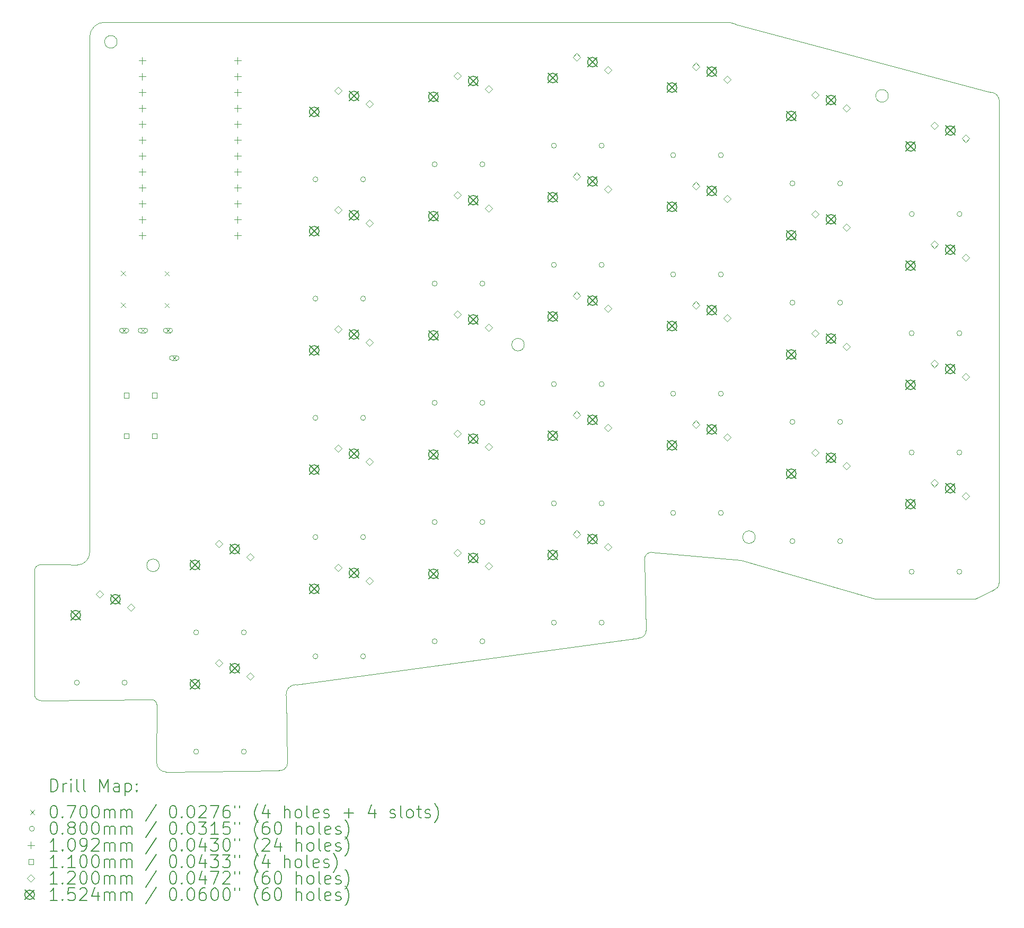
<source format=gbr>
%TF.GenerationSoftware,KiCad,Pcbnew,8.0.6*%
%TF.CreationDate,2025-02-17T14:59:27-05:00*%
%TF.ProjectId,KeyBoard_2nd_half,4b657942-6f61-4726-945f-326e645f6861,rev?*%
%TF.SameCoordinates,Original*%
%TF.FileFunction,Drillmap*%
%TF.FilePolarity,Positive*%
%FSLAX45Y45*%
G04 Gerber Fmt 4.5, Leading zero omitted, Abs format (unit mm)*
G04 Created by KiCad (PCBNEW 8.0.6) date 2025-02-17 14:59:27*
%MOMM*%
%LPD*%
G01*
G04 APERTURE LIST*
%ADD10C,0.050000*%
%ADD11C,0.200000*%
%ADD12C,0.100000*%
%ADD13C,0.109220*%
%ADD14C,0.110000*%
%ADD15C,0.120000*%
%ADD16C,0.152400*%
G04 APERTURE END LIST*
D10*
X19548840Y-12524230D02*
X21148840Y-12524230D01*
X7442044Y-3622619D02*
G75*
G02*
X7241643Y-3622619I-100200J0D01*
G01*
X7241643Y-3622619D02*
G75*
G02*
X7442044Y-3622619I100200J0D01*
G01*
X7003715Y-11775730D02*
G75*
G02*
X6808543Y-11979651I-199405J-4510D01*
G01*
X8225027Y-15286043D02*
X10029840Y-15263230D01*
X7992725Y-14132778D02*
G75*
G02*
X8073768Y-14208647I5025J-75852D01*
G01*
X10300598Y-13890973D02*
X15771129Y-13148941D01*
X17152840Y-3311230D02*
G75*
G02*
X17326871Y-3340891I18000J-419770D01*
G01*
X17409840Y-11900230D02*
X19548840Y-12524230D01*
X15865691Y-11901071D02*
G75*
G02*
X15973090Y-11775730I114479J10591D01*
G01*
X8225027Y-15286043D02*
G75*
G02*
X8072027Y-15133043I3J153003D01*
G01*
X15865691Y-11901071D02*
X15891840Y-13028230D01*
X7003710Y-3547610D02*
G75*
G02*
X7241840Y-3309485I238149J-24D01*
G01*
X8073762Y-14208647D02*
X8072027Y-15133043D01*
X21530620Y-12267230D02*
G75*
G02*
X21441840Y-12378232I-113770J-10D01*
G01*
X17635785Y-11535323D02*
G75*
G02*
X17435385Y-11535323I-100200J0D01*
G01*
X17435385Y-11535323D02*
G75*
G02*
X17635785Y-11535323I100200J0D01*
G01*
X10163697Y-15144519D02*
G75*
G02*
X10029840Y-15263229I-119557J-11D01*
G01*
X6808543Y-11979656D02*
X6607840Y-11975230D01*
X8115785Y-11985323D02*
G75*
G02*
X7915385Y-11985323I-100200J0D01*
G01*
X7915385Y-11985323D02*
G75*
G02*
X8115785Y-11985323I100200J0D01*
G01*
X6607840Y-11975230D02*
X6208372Y-11975155D01*
X21530620Y-12267230D02*
X21534840Y-4588230D01*
X7003710Y-3547610D02*
X7003715Y-11775730D01*
X10141177Y-14071336D02*
X10163697Y-15144519D01*
X21389840Y-4426350D02*
X17326870Y-3340892D01*
X6124407Y-12076360D02*
G75*
G02*
X6208373Y-11975160I96713J5190D01*
G01*
X6221105Y-14144503D02*
X7992725Y-14132778D01*
X15973090Y-11775730D02*
X17409840Y-11900230D01*
X10141177Y-14071336D02*
G75*
G02*
X10300597Y-13890983I156153J22606D01*
G01*
X21389840Y-4426350D02*
G75*
G02*
X21534840Y-4588230I0J-145880D01*
G01*
X17152840Y-3311230D02*
X7241840Y-3309485D01*
X6221105Y-14144503D02*
G75*
G02*
X6123273Y-14042100I-3225J94853D01*
G01*
X21441840Y-12378230D02*
X21148840Y-12524230D01*
X15891840Y-13028230D02*
G75*
G02*
X15771129Y-13148940I-120700J-10D01*
G01*
X13945785Y-8460323D02*
G75*
G02*
X13745385Y-8460323I-100200J0D01*
G01*
X13745385Y-8460323D02*
G75*
G02*
X13945785Y-8460323I100200J0D01*
G01*
X6124407Y-12076360D02*
X6123273Y-14042100D01*
X19760785Y-4485323D02*
G75*
G02*
X19560385Y-4485323I-100200J0D01*
G01*
X19560385Y-4485323D02*
G75*
G02*
X19760785Y-4485323I100200J0D01*
G01*
D11*
D12*
X7503345Y-7284619D02*
X7573345Y-7354619D01*
X7573345Y-7284619D02*
X7503345Y-7354619D01*
X7503345Y-7792619D02*
X7573345Y-7862619D01*
X7573345Y-7792619D02*
X7503345Y-7862619D01*
X7518845Y-8198004D02*
X7588845Y-8268004D01*
X7588845Y-8198004D02*
X7518845Y-8268004D01*
X7513845Y-8268004D02*
X7593845Y-8268004D01*
X7593845Y-8198004D02*
G75*
G02*
X7593845Y-8268004I0J-35000D01*
G01*
X7593845Y-8198004D02*
X7513845Y-8198004D01*
X7513845Y-8198004D02*
G75*
G03*
X7513845Y-8268004I0J-35000D01*
G01*
X7818845Y-8198004D02*
X7888845Y-8268004D01*
X7888845Y-8198004D02*
X7818845Y-8268004D01*
X7813845Y-8268004D02*
X7893845Y-8268004D01*
X7893845Y-8198004D02*
G75*
G02*
X7893845Y-8268004I0J-35000D01*
G01*
X7893845Y-8198004D02*
X7813845Y-8198004D01*
X7813845Y-8198004D02*
G75*
G03*
X7813845Y-8268004I0J-35000D01*
G01*
X8204345Y-7285619D02*
X8274345Y-7355619D01*
X8274345Y-7285619D02*
X8204345Y-7355619D01*
X8204345Y-7793619D02*
X8274345Y-7863619D01*
X8274345Y-7793619D02*
X8204345Y-7863619D01*
X8218845Y-8198004D02*
X8288845Y-8268004D01*
X8288845Y-8198004D02*
X8218845Y-8268004D01*
X8213845Y-8268004D02*
X8293845Y-8268004D01*
X8293845Y-8198004D02*
G75*
G02*
X8293845Y-8268004I0J-35000D01*
G01*
X8293845Y-8198004D02*
X8213845Y-8198004D01*
X8213845Y-8198004D02*
G75*
G03*
X8213845Y-8268004I0J-35000D01*
G01*
X8318845Y-8638004D02*
X8388845Y-8708004D01*
X8388845Y-8638004D02*
X8318845Y-8708004D01*
X8313845Y-8708004D02*
X8393845Y-8708004D01*
X8393845Y-8638004D02*
G75*
G02*
X8393845Y-8708004I0J-35000D01*
G01*
X8393845Y-8638004D02*
X8313845Y-8638004D01*
X8313845Y-8638004D02*
G75*
G03*
X8313845Y-8708004I0J-35000D01*
G01*
X6839210Y-13859698D02*
G75*
G02*
X6759210Y-13859698I-40000J0D01*
G01*
X6759210Y-13859698D02*
G75*
G02*
X6839210Y-13859698I40000J0D01*
G01*
X7601210Y-13859698D02*
G75*
G02*
X7521210Y-13859698I-40000J0D01*
G01*
X7521210Y-13859698D02*
G75*
G02*
X7601210Y-13859698I40000J0D01*
G01*
X8744210Y-13057198D02*
G75*
G02*
X8664210Y-13057198I-40000J0D01*
G01*
X8664210Y-13057198D02*
G75*
G02*
X8744210Y-13057198I40000J0D01*
G01*
X8744210Y-14962198D02*
G75*
G02*
X8664210Y-14962198I-40000J0D01*
G01*
X8664210Y-14962198D02*
G75*
G02*
X8744210Y-14962198I40000J0D01*
G01*
X9506210Y-13057198D02*
G75*
G02*
X9426210Y-13057198I-40000J0D01*
G01*
X9426210Y-13057198D02*
G75*
G02*
X9506210Y-13057198I40000J0D01*
G01*
X9506210Y-14962198D02*
G75*
G02*
X9426210Y-14962198I-40000J0D01*
G01*
X9426210Y-14962198D02*
G75*
G02*
X9506210Y-14962198I40000J0D01*
G01*
X10649210Y-5819698D02*
G75*
G02*
X10569210Y-5819698I-40000J0D01*
G01*
X10569210Y-5819698D02*
G75*
G02*
X10649210Y-5819698I40000J0D01*
G01*
X10649210Y-7724698D02*
G75*
G02*
X10569210Y-7724698I-40000J0D01*
G01*
X10569210Y-7724698D02*
G75*
G02*
X10649210Y-7724698I40000J0D01*
G01*
X10649210Y-9629698D02*
G75*
G02*
X10569210Y-9629698I-40000J0D01*
G01*
X10569210Y-9629698D02*
G75*
G02*
X10649210Y-9629698I40000J0D01*
G01*
X10649210Y-11534698D02*
G75*
G02*
X10569210Y-11534698I-40000J0D01*
G01*
X10569210Y-11534698D02*
G75*
G02*
X10649210Y-11534698I40000J0D01*
G01*
X10649210Y-13439698D02*
G75*
G02*
X10569210Y-13439698I-40000J0D01*
G01*
X10569210Y-13439698D02*
G75*
G02*
X10649210Y-13439698I40000J0D01*
G01*
X11411210Y-5819698D02*
G75*
G02*
X11331210Y-5819698I-40000J0D01*
G01*
X11331210Y-5819698D02*
G75*
G02*
X11411210Y-5819698I40000J0D01*
G01*
X11411210Y-7724698D02*
G75*
G02*
X11331210Y-7724698I-40000J0D01*
G01*
X11331210Y-7724698D02*
G75*
G02*
X11411210Y-7724698I40000J0D01*
G01*
X11411210Y-9629698D02*
G75*
G02*
X11331210Y-9629698I-40000J0D01*
G01*
X11331210Y-9629698D02*
G75*
G02*
X11411210Y-9629698I40000J0D01*
G01*
X11411210Y-11534698D02*
G75*
G02*
X11331210Y-11534698I-40000J0D01*
G01*
X11331210Y-11534698D02*
G75*
G02*
X11411210Y-11534698I40000J0D01*
G01*
X11411210Y-13439698D02*
G75*
G02*
X11331210Y-13439698I-40000J0D01*
G01*
X11331210Y-13439698D02*
G75*
G02*
X11411210Y-13439698I40000J0D01*
G01*
X12554210Y-5579698D02*
G75*
G02*
X12474210Y-5579698I-40000J0D01*
G01*
X12474210Y-5579698D02*
G75*
G02*
X12554210Y-5579698I40000J0D01*
G01*
X12554210Y-7484698D02*
G75*
G02*
X12474210Y-7484698I-40000J0D01*
G01*
X12474210Y-7484698D02*
G75*
G02*
X12554210Y-7484698I40000J0D01*
G01*
X12554210Y-9389698D02*
G75*
G02*
X12474210Y-9389698I-40000J0D01*
G01*
X12474210Y-9389698D02*
G75*
G02*
X12554210Y-9389698I40000J0D01*
G01*
X12554210Y-11294698D02*
G75*
G02*
X12474210Y-11294698I-40000J0D01*
G01*
X12474210Y-11294698D02*
G75*
G02*
X12554210Y-11294698I40000J0D01*
G01*
X12554210Y-13199698D02*
G75*
G02*
X12474210Y-13199698I-40000J0D01*
G01*
X12474210Y-13199698D02*
G75*
G02*
X12554210Y-13199698I40000J0D01*
G01*
X13316210Y-5579698D02*
G75*
G02*
X13236210Y-5579698I-40000J0D01*
G01*
X13236210Y-5579698D02*
G75*
G02*
X13316210Y-5579698I40000J0D01*
G01*
X13316210Y-7484698D02*
G75*
G02*
X13236210Y-7484698I-40000J0D01*
G01*
X13236210Y-7484698D02*
G75*
G02*
X13316210Y-7484698I40000J0D01*
G01*
X13316210Y-9389698D02*
G75*
G02*
X13236210Y-9389698I-40000J0D01*
G01*
X13236210Y-9389698D02*
G75*
G02*
X13316210Y-9389698I40000J0D01*
G01*
X13316210Y-11294698D02*
G75*
G02*
X13236210Y-11294698I-40000J0D01*
G01*
X13236210Y-11294698D02*
G75*
G02*
X13316210Y-11294698I40000J0D01*
G01*
X13316210Y-13199698D02*
G75*
G02*
X13236210Y-13199698I-40000J0D01*
G01*
X13236210Y-13199698D02*
G75*
G02*
X13316210Y-13199698I40000J0D01*
G01*
X14459210Y-5279698D02*
G75*
G02*
X14379210Y-5279698I-40000J0D01*
G01*
X14379210Y-5279698D02*
G75*
G02*
X14459210Y-5279698I40000J0D01*
G01*
X14459210Y-7184698D02*
G75*
G02*
X14379210Y-7184698I-40000J0D01*
G01*
X14379210Y-7184698D02*
G75*
G02*
X14459210Y-7184698I40000J0D01*
G01*
X14459210Y-9089698D02*
G75*
G02*
X14379210Y-9089698I-40000J0D01*
G01*
X14379210Y-9089698D02*
G75*
G02*
X14459210Y-9089698I40000J0D01*
G01*
X14459210Y-10994698D02*
G75*
G02*
X14379210Y-10994698I-40000J0D01*
G01*
X14379210Y-10994698D02*
G75*
G02*
X14459210Y-10994698I40000J0D01*
G01*
X14459210Y-12899698D02*
G75*
G02*
X14379210Y-12899698I-40000J0D01*
G01*
X14379210Y-12899698D02*
G75*
G02*
X14459210Y-12899698I40000J0D01*
G01*
X15221210Y-5279698D02*
G75*
G02*
X15141210Y-5279698I-40000J0D01*
G01*
X15141210Y-5279698D02*
G75*
G02*
X15221210Y-5279698I40000J0D01*
G01*
X15221210Y-7184698D02*
G75*
G02*
X15141210Y-7184698I-40000J0D01*
G01*
X15141210Y-7184698D02*
G75*
G02*
X15221210Y-7184698I40000J0D01*
G01*
X15221210Y-9089698D02*
G75*
G02*
X15141210Y-9089698I-40000J0D01*
G01*
X15141210Y-9089698D02*
G75*
G02*
X15221210Y-9089698I40000J0D01*
G01*
X15221210Y-10994698D02*
G75*
G02*
X15141210Y-10994698I-40000J0D01*
G01*
X15141210Y-10994698D02*
G75*
G02*
X15221210Y-10994698I40000J0D01*
G01*
X15221210Y-12899698D02*
G75*
G02*
X15141210Y-12899698I-40000J0D01*
G01*
X15141210Y-12899698D02*
G75*
G02*
X15221210Y-12899698I40000J0D01*
G01*
X16364210Y-5432198D02*
G75*
G02*
X16284210Y-5432198I-40000J0D01*
G01*
X16284210Y-5432198D02*
G75*
G02*
X16364210Y-5432198I40000J0D01*
G01*
X16364210Y-7337198D02*
G75*
G02*
X16284210Y-7337198I-40000J0D01*
G01*
X16284210Y-7337198D02*
G75*
G02*
X16364210Y-7337198I40000J0D01*
G01*
X16364210Y-9242198D02*
G75*
G02*
X16284210Y-9242198I-40000J0D01*
G01*
X16284210Y-9242198D02*
G75*
G02*
X16364210Y-9242198I40000J0D01*
G01*
X16364210Y-11147198D02*
G75*
G02*
X16284210Y-11147198I-40000J0D01*
G01*
X16284210Y-11147198D02*
G75*
G02*
X16364210Y-11147198I40000J0D01*
G01*
X17126210Y-5432198D02*
G75*
G02*
X17046210Y-5432198I-40000J0D01*
G01*
X17046210Y-5432198D02*
G75*
G02*
X17126210Y-5432198I40000J0D01*
G01*
X17126210Y-7337198D02*
G75*
G02*
X17046210Y-7337198I-40000J0D01*
G01*
X17046210Y-7337198D02*
G75*
G02*
X17126210Y-7337198I40000J0D01*
G01*
X17126210Y-9242198D02*
G75*
G02*
X17046210Y-9242198I-40000J0D01*
G01*
X17046210Y-9242198D02*
G75*
G02*
X17126210Y-9242198I40000J0D01*
G01*
X17126210Y-11147198D02*
G75*
G02*
X17046210Y-11147198I-40000J0D01*
G01*
X17046210Y-11147198D02*
G75*
G02*
X17126210Y-11147198I40000J0D01*
G01*
X18269210Y-5884698D02*
G75*
G02*
X18189210Y-5884698I-40000J0D01*
G01*
X18189210Y-5884698D02*
G75*
G02*
X18269210Y-5884698I40000J0D01*
G01*
X18269210Y-7789698D02*
G75*
G02*
X18189210Y-7789698I-40000J0D01*
G01*
X18189210Y-7789698D02*
G75*
G02*
X18269210Y-7789698I40000J0D01*
G01*
X18269210Y-9694698D02*
G75*
G02*
X18189210Y-9694698I-40000J0D01*
G01*
X18189210Y-9694698D02*
G75*
G02*
X18269210Y-9694698I40000J0D01*
G01*
X18269210Y-11599698D02*
G75*
G02*
X18189210Y-11599698I-40000J0D01*
G01*
X18189210Y-11599698D02*
G75*
G02*
X18269210Y-11599698I40000J0D01*
G01*
X19031210Y-5884698D02*
G75*
G02*
X18951210Y-5884698I-40000J0D01*
G01*
X18951210Y-5884698D02*
G75*
G02*
X19031210Y-5884698I40000J0D01*
G01*
X19031210Y-7789698D02*
G75*
G02*
X18951210Y-7789698I-40000J0D01*
G01*
X18951210Y-7789698D02*
G75*
G02*
X19031210Y-7789698I40000J0D01*
G01*
X19031210Y-9694698D02*
G75*
G02*
X18951210Y-9694698I-40000J0D01*
G01*
X18951210Y-9694698D02*
G75*
G02*
X19031210Y-9694698I40000J0D01*
G01*
X19031210Y-11599698D02*
G75*
G02*
X18951210Y-11599698I-40000J0D01*
G01*
X18951210Y-11599698D02*
G75*
G02*
X19031210Y-11599698I40000J0D01*
G01*
X20174210Y-8276279D02*
G75*
G02*
X20094210Y-8276279I-40000J0D01*
G01*
X20094210Y-8276279D02*
G75*
G02*
X20174210Y-8276279I40000J0D01*
G01*
X20174210Y-10181279D02*
G75*
G02*
X20094210Y-10181279I-40000J0D01*
G01*
X20094210Y-10181279D02*
G75*
G02*
X20174210Y-10181279I40000J0D01*
G01*
X20174210Y-12086279D02*
G75*
G02*
X20094210Y-12086279I-40000J0D01*
G01*
X20094210Y-12086279D02*
G75*
G02*
X20174210Y-12086279I40000J0D01*
G01*
X20176710Y-6373116D02*
G75*
G02*
X20096710Y-6373116I-40000J0D01*
G01*
X20096710Y-6373116D02*
G75*
G02*
X20176710Y-6373116I40000J0D01*
G01*
X20936210Y-8276279D02*
G75*
G02*
X20856210Y-8276279I-40000J0D01*
G01*
X20856210Y-8276279D02*
G75*
G02*
X20936210Y-8276279I40000J0D01*
G01*
X20936210Y-10181279D02*
G75*
G02*
X20856210Y-10181279I-40000J0D01*
G01*
X20856210Y-10181279D02*
G75*
G02*
X20936210Y-10181279I40000J0D01*
G01*
X20936210Y-12086279D02*
G75*
G02*
X20856210Y-12086279I-40000J0D01*
G01*
X20856210Y-12086279D02*
G75*
G02*
X20936210Y-12086279I40000J0D01*
G01*
X20938710Y-6373116D02*
G75*
G02*
X20858710Y-6373116I-40000J0D01*
G01*
X20858710Y-6373116D02*
G75*
G02*
X20938710Y-6373116I40000J0D01*
G01*
D13*
X7841710Y-3866000D02*
X7841710Y-3975220D01*
X7787100Y-3920610D02*
X7896320Y-3920610D01*
X7841710Y-4120000D02*
X7841710Y-4229220D01*
X7787100Y-4174610D02*
X7896320Y-4174610D01*
X7841710Y-4374000D02*
X7841710Y-4483220D01*
X7787100Y-4428610D02*
X7896320Y-4428610D01*
X7841710Y-4628000D02*
X7841710Y-4737220D01*
X7787100Y-4682610D02*
X7896320Y-4682610D01*
X7841710Y-4882000D02*
X7841710Y-4991220D01*
X7787100Y-4936610D02*
X7896320Y-4936610D01*
X7841710Y-5136000D02*
X7841710Y-5245220D01*
X7787100Y-5190610D02*
X7896320Y-5190610D01*
X7841710Y-5390000D02*
X7841710Y-5499220D01*
X7787100Y-5444610D02*
X7896320Y-5444610D01*
X7841710Y-5644000D02*
X7841710Y-5753220D01*
X7787100Y-5698610D02*
X7896320Y-5698610D01*
X7841710Y-5898000D02*
X7841710Y-6007220D01*
X7787100Y-5952610D02*
X7896320Y-5952610D01*
X7841710Y-6152000D02*
X7841710Y-6261220D01*
X7787100Y-6206610D02*
X7896320Y-6206610D01*
X7841710Y-6406000D02*
X7841710Y-6515220D01*
X7787100Y-6460610D02*
X7896320Y-6460610D01*
X7841710Y-6660000D02*
X7841710Y-6769220D01*
X7787100Y-6714610D02*
X7896320Y-6714610D01*
X9365710Y-3866000D02*
X9365710Y-3975220D01*
X9311100Y-3920610D02*
X9420320Y-3920610D01*
X9365710Y-4120000D02*
X9365710Y-4229220D01*
X9311100Y-4174610D02*
X9420320Y-4174610D01*
X9365710Y-4374000D02*
X9365710Y-4483220D01*
X9311100Y-4428610D02*
X9420320Y-4428610D01*
X9365710Y-4628000D02*
X9365710Y-4737220D01*
X9311100Y-4682610D02*
X9420320Y-4682610D01*
X9365710Y-4882000D02*
X9365710Y-4991220D01*
X9311100Y-4936610D02*
X9420320Y-4936610D01*
X9365710Y-5136000D02*
X9365710Y-5245220D01*
X9311100Y-5190610D02*
X9420320Y-5190610D01*
X9365710Y-5390000D02*
X9365710Y-5499220D01*
X9311100Y-5444610D02*
X9420320Y-5444610D01*
X9365710Y-5644000D02*
X9365710Y-5753220D01*
X9311100Y-5698610D02*
X9420320Y-5698610D01*
X9365710Y-5898000D02*
X9365710Y-6007220D01*
X9311100Y-5952610D02*
X9420320Y-5952610D01*
X9365710Y-6152000D02*
X9365710Y-6261220D01*
X9311100Y-6206610D02*
X9420320Y-6206610D01*
X9365710Y-6406000D02*
X9365710Y-6515220D01*
X9311100Y-6460610D02*
X9420320Y-6460610D01*
X9365710Y-6660000D02*
X9365710Y-6769220D01*
X9311100Y-6714610D02*
X9420320Y-6714610D01*
D14*
X7626736Y-9308510D02*
X7626736Y-9230728D01*
X7548954Y-9230728D01*
X7548954Y-9308510D01*
X7626736Y-9308510D01*
X7626736Y-9958510D02*
X7626736Y-9880728D01*
X7548954Y-9880728D01*
X7548954Y-9958510D01*
X7626736Y-9958510D01*
X8076736Y-9308510D02*
X8076736Y-9230728D01*
X7998954Y-9230728D01*
X7998954Y-9308510D01*
X8076736Y-9308510D01*
X8076736Y-9958510D02*
X8076736Y-9880728D01*
X7998954Y-9880728D01*
X7998954Y-9958510D01*
X8076736Y-9958510D01*
D15*
X7161210Y-12504698D02*
X7221210Y-12444698D01*
X7161210Y-12384698D01*
X7101210Y-12444698D01*
X7161210Y-12504698D01*
X7661210Y-12714698D02*
X7721210Y-12654698D01*
X7661210Y-12594698D01*
X7601210Y-12654698D01*
X7661210Y-12714698D01*
X9066210Y-11702198D02*
X9126210Y-11642198D01*
X9066210Y-11582198D01*
X9006210Y-11642198D01*
X9066210Y-11702198D01*
X9066210Y-13607198D02*
X9126210Y-13547198D01*
X9066210Y-13487198D01*
X9006210Y-13547198D01*
X9066210Y-13607198D01*
X9566210Y-11912198D02*
X9626210Y-11852198D01*
X9566210Y-11792198D01*
X9506210Y-11852198D01*
X9566210Y-11912198D01*
X9566210Y-13817198D02*
X9626210Y-13757198D01*
X9566210Y-13697198D01*
X9506210Y-13757198D01*
X9566210Y-13817198D01*
X10971210Y-4464698D02*
X11031210Y-4404698D01*
X10971210Y-4344698D01*
X10911210Y-4404698D01*
X10971210Y-4464698D01*
X10971210Y-6369698D02*
X11031210Y-6309698D01*
X10971210Y-6249698D01*
X10911210Y-6309698D01*
X10971210Y-6369698D01*
X10971210Y-8274698D02*
X11031210Y-8214698D01*
X10971210Y-8154698D01*
X10911210Y-8214698D01*
X10971210Y-8274698D01*
X10971210Y-10179698D02*
X11031210Y-10119698D01*
X10971210Y-10059698D01*
X10911210Y-10119698D01*
X10971210Y-10179698D01*
X10971210Y-12084698D02*
X11031210Y-12024698D01*
X10971210Y-11964698D01*
X10911210Y-12024698D01*
X10971210Y-12084698D01*
X11471210Y-4674698D02*
X11531210Y-4614698D01*
X11471210Y-4554698D01*
X11411210Y-4614698D01*
X11471210Y-4674698D01*
X11471210Y-6579698D02*
X11531210Y-6519698D01*
X11471210Y-6459698D01*
X11411210Y-6519698D01*
X11471210Y-6579698D01*
X11471210Y-8484698D02*
X11531210Y-8424698D01*
X11471210Y-8364698D01*
X11411210Y-8424698D01*
X11471210Y-8484698D01*
X11471210Y-10389698D02*
X11531210Y-10329698D01*
X11471210Y-10269698D01*
X11411210Y-10329698D01*
X11471210Y-10389698D01*
X11471210Y-12294698D02*
X11531210Y-12234698D01*
X11471210Y-12174698D01*
X11411210Y-12234698D01*
X11471210Y-12294698D01*
X12876210Y-4224698D02*
X12936210Y-4164698D01*
X12876210Y-4104698D01*
X12816210Y-4164698D01*
X12876210Y-4224698D01*
X12876210Y-6129698D02*
X12936210Y-6069698D01*
X12876210Y-6009698D01*
X12816210Y-6069698D01*
X12876210Y-6129698D01*
X12876210Y-8034698D02*
X12936210Y-7974698D01*
X12876210Y-7914698D01*
X12816210Y-7974698D01*
X12876210Y-8034698D01*
X12876210Y-9939698D02*
X12936210Y-9879698D01*
X12876210Y-9819698D01*
X12816210Y-9879698D01*
X12876210Y-9939698D01*
X12876210Y-11844698D02*
X12936210Y-11784698D01*
X12876210Y-11724698D01*
X12816210Y-11784698D01*
X12876210Y-11844698D01*
X13376210Y-4434698D02*
X13436210Y-4374698D01*
X13376210Y-4314698D01*
X13316210Y-4374698D01*
X13376210Y-4434698D01*
X13376210Y-6339698D02*
X13436210Y-6279698D01*
X13376210Y-6219698D01*
X13316210Y-6279698D01*
X13376210Y-6339698D01*
X13376210Y-8244698D02*
X13436210Y-8184698D01*
X13376210Y-8124698D01*
X13316210Y-8184698D01*
X13376210Y-8244698D01*
X13376210Y-10149698D02*
X13436210Y-10089698D01*
X13376210Y-10029698D01*
X13316210Y-10089698D01*
X13376210Y-10149698D01*
X13376210Y-12054698D02*
X13436210Y-11994698D01*
X13376210Y-11934698D01*
X13316210Y-11994698D01*
X13376210Y-12054698D01*
X14781210Y-3924698D02*
X14841210Y-3864698D01*
X14781210Y-3804698D01*
X14721210Y-3864698D01*
X14781210Y-3924698D01*
X14781210Y-5829698D02*
X14841210Y-5769698D01*
X14781210Y-5709698D01*
X14721210Y-5769698D01*
X14781210Y-5829698D01*
X14781210Y-7734698D02*
X14841210Y-7674698D01*
X14781210Y-7614698D01*
X14721210Y-7674698D01*
X14781210Y-7734698D01*
X14781210Y-9639698D02*
X14841210Y-9579698D01*
X14781210Y-9519698D01*
X14721210Y-9579698D01*
X14781210Y-9639698D01*
X14781210Y-11544698D02*
X14841210Y-11484698D01*
X14781210Y-11424698D01*
X14721210Y-11484698D01*
X14781210Y-11544698D01*
X15281210Y-4134698D02*
X15341210Y-4074698D01*
X15281210Y-4014698D01*
X15221210Y-4074698D01*
X15281210Y-4134698D01*
X15281210Y-6039698D02*
X15341210Y-5979698D01*
X15281210Y-5919698D01*
X15221210Y-5979698D01*
X15281210Y-6039698D01*
X15281210Y-7944698D02*
X15341210Y-7884698D01*
X15281210Y-7824698D01*
X15221210Y-7884698D01*
X15281210Y-7944698D01*
X15281210Y-9849698D02*
X15341210Y-9789698D01*
X15281210Y-9729698D01*
X15221210Y-9789698D01*
X15281210Y-9849698D01*
X15281210Y-11754698D02*
X15341210Y-11694698D01*
X15281210Y-11634698D01*
X15221210Y-11694698D01*
X15281210Y-11754698D01*
X16686210Y-4077198D02*
X16746210Y-4017198D01*
X16686210Y-3957198D01*
X16626210Y-4017198D01*
X16686210Y-4077198D01*
X16686210Y-5982198D02*
X16746210Y-5922198D01*
X16686210Y-5862198D01*
X16626210Y-5922198D01*
X16686210Y-5982198D01*
X16686210Y-7887198D02*
X16746210Y-7827198D01*
X16686210Y-7767198D01*
X16626210Y-7827198D01*
X16686210Y-7887198D01*
X16686210Y-9792198D02*
X16746210Y-9732198D01*
X16686210Y-9672198D01*
X16626210Y-9732198D01*
X16686210Y-9792198D01*
X17186210Y-4287198D02*
X17246210Y-4227198D01*
X17186210Y-4167198D01*
X17126210Y-4227198D01*
X17186210Y-4287198D01*
X17186210Y-6192198D02*
X17246210Y-6132198D01*
X17186210Y-6072198D01*
X17126210Y-6132198D01*
X17186210Y-6192198D01*
X17186210Y-8097198D02*
X17246210Y-8037198D01*
X17186210Y-7977198D01*
X17126210Y-8037198D01*
X17186210Y-8097198D01*
X17186210Y-10002198D02*
X17246210Y-9942198D01*
X17186210Y-9882198D01*
X17126210Y-9942198D01*
X17186210Y-10002198D01*
X18591210Y-4529698D02*
X18651210Y-4469698D01*
X18591210Y-4409698D01*
X18531210Y-4469698D01*
X18591210Y-4529698D01*
X18591210Y-6434698D02*
X18651210Y-6374698D01*
X18591210Y-6314698D01*
X18531210Y-6374698D01*
X18591210Y-6434698D01*
X18591210Y-8339698D02*
X18651210Y-8279698D01*
X18591210Y-8219698D01*
X18531210Y-8279698D01*
X18591210Y-8339698D01*
X18591210Y-10244698D02*
X18651210Y-10184698D01*
X18591210Y-10124698D01*
X18531210Y-10184698D01*
X18591210Y-10244698D01*
X19091210Y-4739698D02*
X19151210Y-4679698D01*
X19091210Y-4619698D01*
X19031210Y-4679698D01*
X19091210Y-4739698D01*
X19091210Y-6644698D02*
X19151210Y-6584698D01*
X19091210Y-6524698D01*
X19031210Y-6584698D01*
X19091210Y-6644698D01*
X19091210Y-8549698D02*
X19151210Y-8489698D01*
X19091210Y-8429698D01*
X19031210Y-8489698D01*
X19091210Y-8549698D01*
X19091210Y-10454698D02*
X19151210Y-10394698D01*
X19091210Y-10334698D01*
X19031210Y-10394698D01*
X19091210Y-10454698D01*
X20496210Y-6921279D02*
X20556210Y-6861279D01*
X20496210Y-6801279D01*
X20436210Y-6861279D01*
X20496210Y-6921279D01*
X20496210Y-8826279D02*
X20556210Y-8766279D01*
X20496210Y-8706279D01*
X20436210Y-8766279D01*
X20496210Y-8826279D01*
X20496210Y-10731279D02*
X20556210Y-10671279D01*
X20496210Y-10611279D01*
X20436210Y-10671279D01*
X20496210Y-10731279D01*
X20498710Y-5018116D02*
X20558710Y-4958116D01*
X20498710Y-4898116D01*
X20438710Y-4958116D01*
X20498710Y-5018116D01*
X20996210Y-7131279D02*
X21056210Y-7071279D01*
X20996210Y-7011279D01*
X20936210Y-7071279D01*
X20996210Y-7131279D01*
X20996210Y-9036279D02*
X21056210Y-8976279D01*
X20996210Y-8916279D01*
X20936210Y-8976279D01*
X20996210Y-9036279D01*
X20996210Y-10941279D02*
X21056210Y-10881279D01*
X20996210Y-10821279D01*
X20936210Y-10881279D01*
X20996210Y-10941279D01*
X20998710Y-5228116D02*
X21058710Y-5168116D01*
X20998710Y-5108116D01*
X20938710Y-5168116D01*
X20998710Y-5228116D01*
D16*
X6704010Y-12704498D02*
X6856410Y-12856898D01*
X6856410Y-12704498D02*
X6704010Y-12856898D01*
X6856410Y-12780698D02*
G75*
G02*
X6704010Y-12780698I-76200J0D01*
G01*
X6704010Y-12780698D02*
G75*
G02*
X6856410Y-12780698I76200J0D01*
G01*
X7339010Y-12450498D02*
X7491410Y-12602898D01*
X7491410Y-12450498D02*
X7339010Y-12602898D01*
X7491410Y-12526698D02*
G75*
G02*
X7339010Y-12526698I-76200J0D01*
G01*
X7339010Y-12526698D02*
G75*
G02*
X7491410Y-12526698I76200J0D01*
G01*
X8609010Y-11901998D02*
X8761410Y-12054398D01*
X8761410Y-11901998D02*
X8609010Y-12054398D01*
X8761410Y-11978198D02*
G75*
G02*
X8609010Y-11978198I-76200J0D01*
G01*
X8609010Y-11978198D02*
G75*
G02*
X8761410Y-11978198I76200J0D01*
G01*
X8609010Y-13806998D02*
X8761410Y-13959398D01*
X8761410Y-13806998D02*
X8609010Y-13959398D01*
X8761410Y-13883198D02*
G75*
G02*
X8609010Y-13883198I-76200J0D01*
G01*
X8609010Y-13883198D02*
G75*
G02*
X8761410Y-13883198I76200J0D01*
G01*
X9244010Y-11647998D02*
X9396410Y-11800398D01*
X9396410Y-11647998D02*
X9244010Y-11800398D01*
X9396410Y-11724198D02*
G75*
G02*
X9244010Y-11724198I-76200J0D01*
G01*
X9244010Y-11724198D02*
G75*
G02*
X9396410Y-11724198I76200J0D01*
G01*
X9244010Y-13552998D02*
X9396410Y-13705398D01*
X9396410Y-13552998D02*
X9244010Y-13705398D01*
X9396410Y-13629198D02*
G75*
G02*
X9244010Y-13629198I-76200J0D01*
G01*
X9244010Y-13629198D02*
G75*
G02*
X9396410Y-13629198I76200J0D01*
G01*
X10514010Y-4664498D02*
X10666410Y-4816898D01*
X10666410Y-4664498D02*
X10514010Y-4816898D01*
X10666410Y-4740698D02*
G75*
G02*
X10514010Y-4740698I-76200J0D01*
G01*
X10514010Y-4740698D02*
G75*
G02*
X10666410Y-4740698I76200J0D01*
G01*
X10514010Y-6569498D02*
X10666410Y-6721898D01*
X10666410Y-6569498D02*
X10514010Y-6721898D01*
X10666410Y-6645698D02*
G75*
G02*
X10514010Y-6645698I-76200J0D01*
G01*
X10514010Y-6645698D02*
G75*
G02*
X10666410Y-6645698I76200J0D01*
G01*
X10514010Y-8474498D02*
X10666410Y-8626898D01*
X10666410Y-8474498D02*
X10514010Y-8626898D01*
X10666410Y-8550698D02*
G75*
G02*
X10514010Y-8550698I-76200J0D01*
G01*
X10514010Y-8550698D02*
G75*
G02*
X10666410Y-8550698I76200J0D01*
G01*
X10514010Y-10379498D02*
X10666410Y-10531898D01*
X10666410Y-10379498D02*
X10514010Y-10531898D01*
X10666410Y-10455698D02*
G75*
G02*
X10514010Y-10455698I-76200J0D01*
G01*
X10514010Y-10455698D02*
G75*
G02*
X10666410Y-10455698I76200J0D01*
G01*
X10514010Y-12284498D02*
X10666410Y-12436898D01*
X10666410Y-12284498D02*
X10514010Y-12436898D01*
X10666410Y-12360698D02*
G75*
G02*
X10514010Y-12360698I-76200J0D01*
G01*
X10514010Y-12360698D02*
G75*
G02*
X10666410Y-12360698I76200J0D01*
G01*
X11149010Y-4410498D02*
X11301410Y-4562898D01*
X11301410Y-4410498D02*
X11149010Y-4562898D01*
X11301410Y-4486698D02*
G75*
G02*
X11149010Y-4486698I-76200J0D01*
G01*
X11149010Y-4486698D02*
G75*
G02*
X11301410Y-4486698I76200J0D01*
G01*
X11149010Y-6315498D02*
X11301410Y-6467898D01*
X11301410Y-6315498D02*
X11149010Y-6467898D01*
X11301410Y-6391698D02*
G75*
G02*
X11149010Y-6391698I-76200J0D01*
G01*
X11149010Y-6391698D02*
G75*
G02*
X11301410Y-6391698I76200J0D01*
G01*
X11149010Y-8220498D02*
X11301410Y-8372898D01*
X11301410Y-8220498D02*
X11149010Y-8372898D01*
X11301410Y-8296698D02*
G75*
G02*
X11149010Y-8296698I-76200J0D01*
G01*
X11149010Y-8296698D02*
G75*
G02*
X11301410Y-8296698I76200J0D01*
G01*
X11149010Y-10125498D02*
X11301410Y-10277898D01*
X11301410Y-10125498D02*
X11149010Y-10277898D01*
X11301410Y-10201698D02*
G75*
G02*
X11149010Y-10201698I-76200J0D01*
G01*
X11149010Y-10201698D02*
G75*
G02*
X11301410Y-10201698I76200J0D01*
G01*
X11149010Y-12030498D02*
X11301410Y-12182898D01*
X11301410Y-12030498D02*
X11149010Y-12182898D01*
X11301410Y-12106698D02*
G75*
G02*
X11149010Y-12106698I-76200J0D01*
G01*
X11149010Y-12106698D02*
G75*
G02*
X11301410Y-12106698I76200J0D01*
G01*
X12419010Y-4424498D02*
X12571410Y-4576898D01*
X12571410Y-4424498D02*
X12419010Y-4576898D01*
X12571410Y-4500698D02*
G75*
G02*
X12419010Y-4500698I-76200J0D01*
G01*
X12419010Y-4500698D02*
G75*
G02*
X12571410Y-4500698I76200J0D01*
G01*
X12419010Y-6329498D02*
X12571410Y-6481898D01*
X12571410Y-6329498D02*
X12419010Y-6481898D01*
X12571410Y-6405698D02*
G75*
G02*
X12419010Y-6405698I-76200J0D01*
G01*
X12419010Y-6405698D02*
G75*
G02*
X12571410Y-6405698I76200J0D01*
G01*
X12419010Y-8234498D02*
X12571410Y-8386898D01*
X12571410Y-8234498D02*
X12419010Y-8386898D01*
X12571410Y-8310698D02*
G75*
G02*
X12419010Y-8310698I-76200J0D01*
G01*
X12419010Y-8310698D02*
G75*
G02*
X12571410Y-8310698I76200J0D01*
G01*
X12419010Y-10139498D02*
X12571410Y-10291898D01*
X12571410Y-10139498D02*
X12419010Y-10291898D01*
X12571410Y-10215698D02*
G75*
G02*
X12419010Y-10215698I-76200J0D01*
G01*
X12419010Y-10215698D02*
G75*
G02*
X12571410Y-10215698I76200J0D01*
G01*
X12419010Y-12044498D02*
X12571410Y-12196898D01*
X12571410Y-12044498D02*
X12419010Y-12196898D01*
X12571410Y-12120698D02*
G75*
G02*
X12419010Y-12120698I-76200J0D01*
G01*
X12419010Y-12120698D02*
G75*
G02*
X12571410Y-12120698I76200J0D01*
G01*
X13054010Y-4170498D02*
X13206410Y-4322898D01*
X13206410Y-4170498D02*
X13054010Y-4322898D01*
X13206410Y-4246698D02*
G75*
G02*
X13054010Y-4246698I-76200J0D01*
G01*
X13054010Y-4246698D02*
G75*
G02*
X13206410Y-4246698I76200J0D01*
G01*
X13054010Y-6075498D02*
X13206410Y-6227898D01*
X13206410Y-6075498D02*
X13054010Y-6227898D01*
X13206410Y-6151698D02*
G75*
G02*
X13054010Y-6151698I-76200J0D01*
G01*
X13054010Y-6151698D02*
G75*
G02*
X13206410Y-6151698I76200J0D01*
G01*
X13054010Y-7980498D02*
X13206410Y-8132898D01*
X13206410Y-7980498D02*
X13054010Y-8132898D01*
X13206410Y-8056698D02*
G75*
G02*
X13054010Y-8056698I-76200J0D01*
G01*
X13054010Y-8056698D02*
G75*
G02*
X13206410Y-8056698I76200J0D01*
G01*
X13054010Y-9885498D02*
X13206410Y-10037898D01*
X13206410Y-9885498D02*
X13054010Y-10037898D01*
X13206410Y-9961698D02*
G75*
G02*
X13054010Y-9961698I-76200J0D01*
G01*
X13054010Y-9961698D02*
G75*
G02*
X13206410Y-9961698I76200J0D01*
G01*
X13054010Y-11790498D02*
X13206410Y-11942898D01*
X13206410Y-11790498D02*
X13054010Y-11942898D01*
X13206410Y-11866698D02*
G75*
G02*
X13054010Y-11866698I-76200J0D01*
G01*
X13054010Y-11866698D02*
G75*
G02*
X13206410Y-11866698I76200J0D01*
G01*
X14324010Y-4124498D02*
X14476410Y-4276898D01*
X14476410Y-4124498D02*
X14324010Y-4276898D01*
X14476410Y-4200698D02*
G75*
G02*
X14324010Y-4200698I-76200J0D01*
G01*
X14324010Y-4200698D02*
G75*
G02*
X14476410Y-4200698I76200J0D01*
G01*
X14324010Y-6029498D02*
X14476410Y-6181898D01*
X14476410Y-6029498D02*
X14324010Y-6181898D01*
X14476410Y-6105698D02*
G75*
G02*
X14324010Y-6105698I-76200J0D01*
G01*
X14324010Y-6105698D02*
G75*
G02*
X14476410Y-6105698I76200J0D01*
G01*
X14324010Y-7934498D02*
X14476410Y-8086898D01*
X14476410Y-7934498D02*
X14324010Y-8086898D01*
X14476410Y-8010698D02*
G75*
G02*
X14324010Y-8010698I-76200J0D01*
G01*
X14324010Y-8010698D02*
G75*
G02*
X14476410Y-8010698I76200J0D01*
G01*
X14324010Y-9839498D02*
X14476410Y-9991898D01*
X14476410Y-9839498D02*
X14324010Y-9991898D01*
X14476410Y-9915698D02*
G75*
G02*
X14324010Y-9915698I-76200J0D01*
G01*
X14324010Y-9915698D02*
G75*
G02*
X14476410Y-9915698I76200J0D01*
G01*
X14324010Y-11744498D02*
X14476410Y-11896898D01*
X14476410Y-11744498D02*
X14324010Y-11896898D01*
X14476410Y-11820698D02*
G75*
G02*
X14324010Y-11820698I-76200J0D01*
G01*
X14324010Y-11820698D02*
G75*
G02*
X14476410Y-11820698I76200J0D01*
G01*
X14959010Y-3870498D02*
X15111410Y-4022898D01*
X15111410Y-3870498D02*
X14959010Y-4022898D01*
X15111410Y-3946698D02*
G75*
G02*
X14959010Y-3946698I-76200J0D01*
G01*
X14959010Y-3946698D02*
G75*
G02*
X15111410Y-3946698I76200J0D01*
G01*
X14959010Y-5775498D02*
X15111410Y-5927898D01*
X15111410Y-5775498D02*
X14959010Y-5927898D01*
X15111410Y-5851698D02*
G75*
G02*
X14959010Y-5851698I-76200J0D01*
G01*
X14959010Y-5851698D02*
G75*
G02*
X15111410Y-5851698I76200J0D01*
G01*
X14959010Y-7680498D02*
X15111410Y-7832898D01*
X15111410Y-7680498D02*
X14959010Y-7832898D01*
X15111410Y-7756698D02*
G75*
G02*
X14959010Y-7756698I-76200J0D01*
G01*
X14959010Y-7756698D02*
G75*
G02*
X15111410Y-7756698I76200J0D01*
G01*
X14959010Y-9585498D02*
X15111410Y-9737898D01*
X15111410Y-9585498D02*
X14959010Y-9737898D01*
X15111410Y-9661698D02*
G75*
G02*
X14959010Y-9661698I-76200J0D01*
G01*
X14959010Y-9661698D02*
G75*
G02*
X15111410Y-9661698I76200J0D01*
G01*
X14959010Y-11490498D02*
X15111410Y-11642898D01*
X15111410Y-11490498D02*
X14959010Y-11642898D01*
X15111410Y-11566698D02*
G75*
G02*
X14959010Y-11566698I-76200J0D01*
G01*
X14959010Y-11566698D02*
G75*
G02*
X15111410Y-11566698I76200J0D01*
G01*
X16229010Y-4276998D02*
X16381410Y-4429398D01*
X16381410Y-4276998D02*
X16229010Y-4429398D01*
X16381410Y-4353198D02*
G75*
G02*
X16229010Y-4353198I-76200J0D01*
G01*
X16229010Y-4353198D02*
G75*
G02*
X16381410Y-4353198I76200J0D01*
G01*
X16229010Y-6181998D02*
X16381410Y-6334398D01*
X16381410Y-6181998D02*
X16229010Y-6334398D01*
X16381410Y-6258198D02*
G75*
G02*
X16229010Y-6258198I-76200J0D01*
G01*
X16229010Y-6258198D02*
G75*
G02*
X16381410Y-6258198I76200J0D01*
G01*
X16229010Y-8086998D02*
X16381410Y-8239398D01*
X16381410Y-8086998D02*
X16229010Y-8239398D01*
X16381410Y-8163198D02*
G75*
G02*
X16229010Y-8163198I-76200J0D01*
G01*
X16229010Y-8163198D02*
G75*
G02*
X16381410Y-8163198I76200J0D01*
G01*
X16229010Y-9991998D02*
X16381410Y-10144398D01*
X16381410Y-9991998D02*
X16229010Y-10144398D01*
X16381410Y-10068198D02*
G75*
G02*
X16229010Y-10068198I-76200J0D01*
G01*
X16229010Y-10068198D02*
G75*
G02*
X16381410Y-10068198I76200J0D01*
G01*
X16864010Y-4022998D02*
X17016410Y-4175398D01*
X17016410Y-4022998D02*
X16864010Y-4175398D01*
X17016410Y-4099198D02*
G75*
G02*
X16864010Y-4099198I-76200J0D01*
G01*
X16864010Y-4099198D02*
G75*
G02*
X17016410Y-4099198I76200J0D01*
G01*
X16864010Y-5927998D02*
X17016410Y-6080398D01*
X17016410Y-5927998D02*
X16864010Y-6080398D01*
X17016410Y-6004198D02*
G75*
G02*
X16864010Y-6004198I-76200J0D01*
G01*
X16864010Y-6004198D02*
G75*
G02*
X17016410Y-6004198I76200J0D01*
G01*
X16864010Y-7832998D02*
X17016410Y-7985398D01*
X17016410Y-7832998D02*
X16864010Y-7985398D01*
X17016410Y-7909198D02*
G75*
G02*
X16864010Y-7909198I-76200J0D01*
G01*
X16864010Y-7909198D02*
G75*
G02*
X17016410Y-7909198I76200J0D01*
G01*
X16864010Y-9737998D02*
X17016410Y-9890398D01*
X17016410Y-9737998D02*
X16864010Y-9890398D01*
X17016410Y-9814198D02*
G75*
G02*
X16864010Y-9814198I-76200J0D01*
G01*
X16864010Y-9814198D02*
G75*
G02*
X17016410Y-9814198I76200J0D01*
G01*
X18134010Y-4729498D02*
X18286410Y-4881898D01*
X18286410Y-4729498D02*
X18134010Y-4881898D01*
X18286410Y-4805698D02*
G75*
G02*
X18134010Y-4805698I-76200J0D01*
G01*
X18134010Y-4805698D02*
G75*
G02*
X18286410Y-4805698I76200J0D01*
G01*
X18134010Y-6634498D02*
X18286410Y-6786898D01*
X18286410Y-6634498D02*
X18134010Y-6786898D01*
X18286410Y-6710698D02*
G75*
G02*
X18134010Y-6710698I-76200J0D01*
G01*
X18134010Y-6710698D02*
G75*
G02*
X18286410Y-6710698I76200J0D01*
G01*
X18134010Y-8539498D02*
X18286410Y-8691898D01*
X18286410Y-8539498D02*
X18134010Y-8691898D01*
X18286410Y-8615698D02*
G75*
G02*
X18134010Y-8615698I-76200J0D01*
G01*
X18134010Y-8615698D02*
G75*
G02*
X18286410Y-8615698I76200J0D01*
G01*
X18134010Y-10444498D02*
X18286410Y-10596898D01*
X18286410Y-10444498D02*
X18134010Y-10596898D01*
X18286410Y-10520698D02*
G75*
G02*
X18134010Y-10520698I-76200J0D01*
G01*
X18134010Y-10520698D02*
G75*
G02*
X18286410Y-10520698I76200J0D01*
G01*
X18769010Y-4475498D02*
X18921410Y-4627898D01*
X18921410Y-4475498D02*
X18769010Y-4627898D01*
X18921410Y-4551698D02*
G75*
G02*
X18769010Y-4551698I-76200J0D01*
G01*
X18769010Y-4551698D02*
G75*
G02*
X18921410Y-4551698I76200J0D01*
G01*
X18769010Y-6380498D02*
X18921410Y-6532898D01*
X18921410Y-6380498D02*
X18769010Y-6532898D01*
X18921410Y-6456698D02*
G75*
G02*
X18769010Y-6456698I-76200J0D01*
G01*
X18769010Y-6456698D02*
G75*
G02*
X18921410Y-6456698I76200J0D01*
G01*
X18769010Y-8285498D02*
X18921410Y-8437898D01*
X18921410Y-8285498D02*
X18769010Y-8437898D01*
X18921410Y-8361698D02*
G75*
G02*
X18769010Y-8361698I-76200J0D01*
G01*
X18769010Y-8361698D02*
G75*
G02*
X18921410Y-8361698I76200J0D01*
G01*
X18769010Y-10190498D02*
X18921410Y-10342898D01*
X18921410Y-10190498D02*
X18769010Y-10342898D01*
X18921410Y-10266698D02*
G75*
G02*
X18769010Y-10266698I-76200J0D01*
G01*
X18769010Y-10266698D02*
G75*
G02*
X18921410Y-10266698I76200J0D01*
G01*
X20039010Y-7121079D02*
X20191410Y-7273479D01*
X20191410Y-7121079D02*
X20039010Y-7273479D01*
X20191410Y-7197279D02*
G75*
G02*
X20039010Y-7197279I-76200J0D01*
G01*
X20039010Y-7197279D02*
G75*
G02*
X20191410Y-7197279I76200J0D01*
G01*
X20039010Y-9026079D02*
X20191410Y-9178479D01*
X20191410Y-9026079D02*
X20039010Y-9178479D01*
X20191410Y-9102279D02*
G75*
G02*
X20039010Y-9102279I-76200J0D01*
G01*
X20039010Y-9102279D02*
G75*
G02*
X20191410Y-9102279I76200J0D01*
G01*
X20039010Y-10931079D02*
X20191410Y-11083479D01*
X20191410Y-10931079D02*
X20039010Y-11083479D01*
X20191410Y-11007279D02*
G75*
G02*
X20039010Y-11007279I-76200J0D01*
G01*
X20039010Y-11007279D02*
G75*
G02*
X20191410Y-11007279I76200J0D01*
G01*
X20041510Y-5217916D02*
X20193910Y-5370316D01*
X20193910Y-5217916D02*
X20041510Y-5370316D01*
X20193910Y-5294116D02*
G75*
G02*
X20041510Y-5294116I-76200J0D01*
G01*
X20041510Y-5294116D02*
G75*
G02*
X20193910Y-5294116I76200J0D01*
G01*
X20674010Y-6867079D02*
X20826410Y-7019479D01*
X20826410Y-6867079D02*
X20674010Y-7019479D01*
X20826410Y-6943279D02*
G75*
G02*
X20674010Y-6943279I-76200J0D01*
G01*
X20674010Y-6943279D02*
G75*
G02*
X20826410Y-6943279I76200J0D01*
G01*
X20674010Y-8772079D02*
X20826410Y-8924479D01*
X20826410Y-8772079D02*
X20674010Y-8924479D01*
X20826410Y-8848279D02*
G75*
G02*
X20674010Y-8848279I-76200J0D01*
G01*
X20674010Y-8848279D02*
G75*
G02*
X20826410Y-8848279I76200J0D01*
G01*
X20674010Y-10677079D02*
X20826410Y-10829479D01*
X20826410Y-10677079D02*
X20674010Y-10829479D01*
X20826410Y-10753279D02*
G75*
G02*
X20674010Y-10753279I-76200J0D01*
G01*
X20674010Y-10753279D02*
G75*
G02*
X20826410Y-10753279I76200J0D01*
G01*
X20676510Y-4963916D02*
X20828910Y-5116316D01*
X20828910Y-4963916D02*
X20676510Y-5116316D01*
X20828910Y-5040116D02*
G75*
G02*
X20676510Y-5040116I-76200J0D01*
G01*
X20676510Y-5040116D02*
G75*
G02*
X20828910Y-5040116I76200J0D01*
G01*
D11*
X6381249Y-15600027D02*
X6381249Y-15400027D01*
X6381249Y-15400027D02*
X6428868Y-15400027D01*
X6428868Y-15400027D02*
X6457440Y-15409550D01*
X6457440Y-15409550D02*
X6476487Y-15428598D01*
X6476487Y-15428598D02*
X6486011Y-15447646D01*
X6486011Y-15447646D02*
X6495535Y-15485741D01*
X6495535Y-15485741D02*
X6495535Y-15514312D01*
X6495535Y-15514312D02*
X6486011Y-15552407D01*
X6486011Y-15552407D02*
X6476487Y-15571455D01*
X6476487Y-15571455D02*
X6457440Y-15590503D01*
X6457440Y-15590503D02*
X6428868Y-15600027D01*
X6428868Y-15600027D02*
X6381249Y-15600027D01*
X6581249Y-15600027D02*
X6581249Y-15466693D01*
X6581249Y-15504788D02*
X6590773Y-15485741D01*
X6590773Y-15485741D02*
X6600297Y-15476217D01*
X6600297Y-15476217D02*
X6619344Y-15466693D01*
X6619344Y-15466693D02*
X6638392Y-15466693D01*
X6705059Y-15600027D02*
X6705059Y-15466693D01*
X6705059Y-15400027D02*
X6695535Y-15409550D01*
X6695535Y-15409550D02*
X6705059Y-15419074D01*
X6705059Y-15419074D02*
X6714583Y-15409550D01*
X6714583Y-15409550D02*
X6705059Y-15400027D01*
X6705059Y-15400027D02*
X6705059Y-15419074D01*
X6828868Y-15600027D02*
X6809821Y-15590503D01*
X6809821Y-15590503D02*
X6800297Y-15571455D01*
X6800297Y-15571455D02*
X6800297Y-15400027D01*
X6933630Y-15600027D02*
X6914583Y-15590503D01*
X6914583Y-15590503D02*
X6905059Y-15571455D01*
X6905059Y-15571455D02*
X6905059Y-15400027D01*
X7162202Y-15600027D02*
X7162202Y-15400027D01*
X7162202Y-15400027D02*
X7228868Y-15542884D01*
X7228868Y-15542884D02*
X7295535Y-15400027D01*
X7295535Y-15400027D02*
X7295535Y-15600027D01*
X7476487Y-15600027D02*
X7476487Y-15495265D01*
X7476487Y-15495265D02*
X7466964Y-15476217D01*
X7466964Y-15476217D02*
X7447916Y-15466693D01*
X7447916Y-15466693D02*
X7409821Y-15466693D01*
X7409821Y-15466693D02*
X7390773Y-15476217D01*
X7476487Y-15590503D02*
X7457440Y-15600027D01*
X7457440Y-15600027D02*
X7409821Y-15600027D01*
X7409821Y-15600027D02*
X7390773Y-15590503D01*
X7390773Y-15590503D02*
X7381249Y-15571455D01*
X7381249Y-15571455D02*
X7381249Y-15552407D01*
X7381249Y-15552407D02*
X7390773Y-15533360D01*
X7390773Y-15533360D02*
X7409821Y-15523836D01*
X7409821Y-15523836D02*
X7457440Y-15523836D01*
X7457440Y-15523836D02*
X7476487Y-15514312D01*
X7571725Y-15466693D02*
X7571725Y-15666693D01*
X7571725Y-15476217D02*
X7590773Y-15466693D01*
X7590773Y-15466693D02*
X7628868Y-15466693D01*
X7628868Y-15466693D02*
X7647916Y-15476217D01*
X7647916Y-15476217D02*
X7657440Y-15485741D01*
X7657440Y-15485741D02*
X7666964Y-15504788D01*
X7666964Y-15504788D02*
X7666964Y-15561931D01*
X7666964Y-15561931D02*
X7657440Y-15580979D01*
X7657440Y-15580979D02*
X7647916Y-15590503D01*
X7647916Y-15590503D02*
X7628868Y-15600027D01*
X7628868Y-15600027D02*
X7590773Y-15600027D01*
X7590773Y-15600027D02*
X7571725Y-15590503D01*
X7752678Y-15580979D02*
X7762202Y-15590503D01*
X7762202Y-15590503D02*
X7752678Y-15600027D01*
X7752678Y-15600027D02*
X7743154Y-15590503D01*
X7743154Y-15590503D02*
X7752678Y-15580979D01*
X7752678Y-15580979D02*
X7752678Y-15600027D01*
X7752678Y-15476217D02*
X7762202Y-15485741D01*
X7762202Y-15485741D02*
X7752678Y-15495265D01*
X7752678Y-15495265D02*
X7743154Y-15485741D01*
X7743154Y-15485741D02*
X7752678Y-15476217D01*
X7752678Y-15476217D02*
X7752678Y-15495265D01*
D12*
X6050472Y-15893543D02*
X6120472Y-15963543D01*
X6120472Y-15893543D02*
X6050472Y-15963543D01*
D11*
X6419344Y-15820027D02*
X6438392Y-15820027D01*
X6438392Y-15820027D02*
X6457440Y-15829550D01*
X6457440Y-15829550D02*
X6466964Y-15839074D01*
X6466964Y-15839074D02*
X6476487Y-15858122D01*
X6476487Y-15858122D02*
X6486011Y-15896217D01*
X6486011Y-15896217D02*
X6486011Y-15943836D01*
X6486011Y-15943836D02*
X6476487Y-15981931D01*
X6476487Y-15981931D02*
X6466964Y-16000979D01*
X6466964Y-16000979D02*
X6457440Y-16010503D01*
X6457440Y-16010503D02*
X6438392Y-16020027D01*
X6438392Y-16020027D02*
X6419344Y-16020027D01*
X6419344Y-16020027D02*
X6400297Y-16010503D01*
X6400297Y-16010503D02*
X6390773Y-16000979D01*
X6390773Y-16000979D02*
X6381249Y-15981931D01*
X6381249Y-15981931D02*
X6371725Y-15943836D01*
X6371725Y-15943836D02*
X6371725Y-15896217D01*
X6371725Y-15896217D02*
X6381249Y-15858122D01*
X6381249Y-15858122D02*
X6390773Y-15839074D01*
X6390773Y-15839074D02*
X6400297Y-15829550D01*
X6400297Y-15829550D02*
X6419344Y-15820027D01*
X6571725Y-16000979D02*
X6581249Y-16010503D01*
X6581249Y-16010503D02*
X6571725Y-16020027D01*
X6571725Y-16020027D02*
X6562202Y-16010503D01*
X6562202Y-16010503D02*
X6571725Y-16000979D01*
X6571725Y-16000979D02*
X6571725Y-16020027D01*
X6647916Y-15820027D02*
X6781249Y-15820027D01*
X6781249Y-15820027D02*
X6695535Y-16020027D01*
X6895535Y-15820027D02*
X6914583Y-15820027D01*
X6914583Y-15820027D02*
X6933630Y-15829550D01*
X6933630Y-15829550D02*
X6943154Y-15839074D01*
X6943154Y-15839074D02*
X6952678Y-15858122D01*
X6952678Y-15858122D02*
X6962202Y-15896217D01*
X6962202Y-15896217D02*
X6962202Y-15943836D01*
X6962202Y-15943836D02*
X6952678Y-15981931D01*
X6952678Y-15981931D02*
X6943154Y-16000979D01*
X6943154Y-16000979D02*
X6933630Y-16010503D01*
X6933630Y-16010503D02*
X6914583Y-16020027D01*
X6914583Y-16020027D02*
X6895535Y-16020027D01*
X6895535Y-16020027D02*
X6876487Y-16010503D01*
X6876487Y-16010503D02*
X6866964Y-16000979D01*
X6866964Y-16000979D02*
X6857440Y-15981931D01*
X6857440Y-15981931D02*
X6847916Y-15943836D01*
X6847916Y-15943836D02*
X6847916Y-15896217D01*
X6847916Y-15896217D02*
X6857440Y-15858122D01*
X6857440Y-15858122D02*
X6866964Y-15839074D01*
X6866964Y-15839074D02*
X6876487Y-15829550D01*
X6876487Y-15829550D02*
X6895535Y-15820027D01*
X7086011Y-15820027D02*
X7105059Y-15820027D01*
X7105059Y-15820027D02*
X7124106Y-15829550D01*
X7124106Y-15829550D02*
X7133630Y-15839074D01*
X7133630Y-15839074D02*
X7143154Y-15858122D01*
X7143154Y-15858122D02*
X7152678Y-15896217D01*
X7152678Y-15896217D02*
X7152678Y-15943836D01*
X7152678Y-15943836D02*
X7143154Y-15981931D01*
X7143154Y-15981931D02*
X7133630Y-16000979D01*
X7133630Y-16000979D02*
X7124106Y-16010503D01*
X7124106Y-16010503D02*
X7105059Y-16020027D01*
X7105059Y-16020027D02*
X7086011Y-16020027D01*
X7086011Y-16020027D02*
X7066964Y-16010503D01*
X7066964Y-16010503D02*
X7057440Y-16000979D01*
X7057440Y-16000979D02*
X7047916Y-15981931D01*
X7047916Y-15981931D02*
X7038392Y-15943836D01*
X7038392Y-15943836D02*
X7038392Y-15896217D01*
X7038392Y-15896217D02*
X7047916Y-15858122D01*
X7047916Y-15858122D02*
X7057440Y-15839074D01*
X7057440Y-15839074D02*
X7066964Y-15829550D01*
X7066964Y-15829550D02*
X7086011Y-15820027D01*
X7238392Y-16020027D02*
X7238392Y-15886693D01*
X7238392Y-15905741D02*
X7247916Y-15896217D01*
X7247916Y-15896217D02*
X7266964Y-15886693D01*
X7266964Y-15886693D02*
X7295535Y-15886693D01*
X7295535Y-15886693D02*
X7314583Y-15896217D01*
X7314583Y-15896217D02*
X7324106Y-15915265D01*
X7324106Y-15915265D02*
X7324106Y-16020027D01*
X7324106Y-15915265D02*
X7333630Y-15896217D01*
X7333630Y-15896217D02*
X7352678Y-15886693D01*
X7352678Y-15886693D02*
X7381249Y-15886693D01*
X7381249Y-15886693D02*
X7400297Y-15896217D01*
X7400297Y-15896217D02*
X7409821Y-15915265D01*
X7409821Y-15915265D02*
X7409821Y-16020027D01*
X7505059Y-16020027D02*
X7505059Y-15886693D01*
X7505059Y-15905741D02*
X7514583Y-15896217D01*
X7514583Y-15896217D02*
X7533630Y-15886693D01*
X7533630Y-15886693D02*
X7562202Y-15886693D01*
X7562202Y-15886693D02*
X7581249Y-15896217D01*
X7581249Y-15896217D02*
X7590773Y-15915265D01*
X7590773Y-15915265D02*
X7590773Y-16020027D01*
X7590773Y-15915265D02*
X7600297Y-15896217D01*
X7600297Y-15896217D02*
X7619345Y-15886693D01*
X7619345Y-15886693D02*
X7647916Y-15886693D01*
X7647916Y-15886693D02*
X7666964Y-15896217D01*
X7666964Y-15896217D02*
X7676487Y-15915265D01*
X7676487Y-15915265D02*
X7676487Y-16020027D01*
X8066964Y-15810503D02*
X7895535Y-16067646D01*
X8324107Y-15820027D02*
X8343154Y-15820027D01*
X8343154Y-15820027D02*
X8362202Y-15829550D01*
X8362202Y-15829550D02*
X8371726Y-15839074D01*
X8371726Y-15839074D02*
X8381249Y-15858122D01*
X8381249Y-15858122D02*
X8390773Y-15896217D01*
X8390773Y-15896217D02*
X8390773Y-15943836D01*
X8390773Y-15943836D02*
X8381249Y-15981931D01*
X8381249Y-15981931D02*
X8371726Y-16000979D01*
X8371726Y-16000979D02*
X8362202Y-16010503D01*
X8362202Y-16010503D02*
X8343154Y-16020027D01*
X8343154Y-16020027D02*
X8324107Y-16020027D01*
X8324107Y-16020027D02*
X8305059Y-16010503D01*
X8305059Y-16010503D02*
X8295535Y-16000979D01*
X8295535Y-16000979D02*
X8286011Y-15981931D01*
X8286011Y-15981931D02*
X8276488Y-15943836D01*
X8276488Y-15943836D02*
X8276488Y-15896217D01*
X8276488Y-15896217D02*
X8286011Y-15858122D01*
X8286011Y-15858122D02*
X8295535Y-15839074D01*
X8295535Y-15839074D02*
X8305059Y-15829550D01*
X8305059Y-15829550D02*
X8324107Y-15820027D01*
X8476488Y-16000979D02*
X8486011Y-16010503D01*
X8486011Y-16010503D02*
X8476488Y-16020027D01*
X8476488Y-16020027D02*
X8466964Y-16010503D01*
X8466964Y-16010503D02*
X8476488Y-16000979D01*
X8476488Y-16000979D02*
X8476488Y-16020027D01*
X8609821Y-15820027D02*
X8628869Y-15820027D01*
X8628869Y-15820027D02*
X8647916Y-15829550D01*
X8647916Y-15829550D02*
X8657440Y-15839074D01*
X8657440Y-15839074D02*
X8666964Y-15858122D01*
X8666964Y-15858122D02*
X8676488Y-15896217D01*
X8676488Y-15896217D02*
X8676488Y-15943836D01*
X8676488Y-15943836D02*
X8666964Y-15981931D01*
X8666964Y-15981931D02*
X8657440Y-16000979D01*
X8657440Y-16000979D02*
X8647916Y-16010503D01*
X8647916Y-16010503D02*
X8628869Y-16020027D01*
X8628869Y-16020027D02*
X8609821Y-16020027D01*
X8609821Y-16020027D02*
X8590773Y-16010503D01*
X8590773Y-16010503D02*
X8581250Y-16000979D01*
X8581250Y-16000979D02*
X8571726Y-15981931D01*
X8571726Y-15981931D02*
X8562202Y-15943836D01*
X8562202Y-15943836D02*
X8562202Y-15896217D01*
X8562202Y-15896217D02*
X8571726Y-15858122D01*
X8571726Y-15858122D02*
X8581250Y-15839074D01*
X8581250Y-15839074D02*
X8590773Y-15829550D01*
X8590773Y-15829550D02*
X8609821Y-15820027D01*
X8752678Y-15839074D02*
X8762202Y-15829550D01*
X8762202Y-15829550D02*
X8781250Y-15820027D01*
X8781250Y-15820027D02*
X8828869Y-15820027D01*
X8828869Y-15820027D02*
X8847916Y-15829550D01*
X8847916Y-15829550D02*
X8857440Y-15839074D01*
X8857440Y-15839074D02*
X8866964Y-15858122D01*
X8866964Y-15858122D02*
X8866964Y-15877169D01*
X8866964Y-15877169D02*
X8857440Y-15905741D01*
X8857440Y-15905741D02*
X8743154Y-16020027D01*
X8743154Y-16020027D02*
X8866964Y-16020027D01*
X8933631Y-15820027D02*
X9066964Y-15820027D01*
X9066964Y-15820027D02*
X8981250Y-16020027D01*
X9228869Y-15820027D02*
X9190773Y-15820027D01*
X9190773Y-15820027D02*
X9171726Y-15829550D01*
X9171726Y-15829550D02*
X9162202Y-15839074D01*
X9162202Y-15839074D02*
X9143154Y-15867646D01*
X9143154Y-15867646D02*
X9133631Y-15905741D01*
X9133631Y-15905741D02*
X9133631Y-15981931D01*
X9133631Y-15981931D02*
X9143154Y-16000979D01*
X9143154Y-16000979D02*
X9152678Y-16010503D01*
X9152678Y-16010503D02*
X9171726Y-16020027D01*
X9171726Y-16020027D02*
X9209821Y-16020027D01*
X9209821Y-16020027D02*
X9228869Y-16010503D01*
X9228869Y-16010503D02*
X9238392Y-16000979D01*
X9238392Y-16000979D02*
X9247916Y-15981931D01*
X9247916Y-15981931D02*
X9247916Y-15934312D01*
X9247916Y-15934312D02*
X9238392Y-15915265D01*
X9238392Y-15915265D02*
X9228869Y-15905741D01*
X9228869Y-15905741D02*
X9209821Y-15896217D01*
X9209821Y-15896217D02*
X9171726Y-15896217D01*
X9171726Y-15896217D02*
X9152678Y-15905741D01*
X9152678Y-15905741D02*
X9143154Y-15915265D01*
X9143154Y-15915265D02*
X9133631Y-15934312D01*
X9324107Y-15820027D02*
X9324107Y-15858122D01*
X9400297Y-15820027D02*
X9400297Y-15858122D01*
X9695535Y-16096217D02*
X9686012Y-16086693D01*
X9686012Y-16086693D02*
X9666964Y-16058122D01*
X9666964Y-16058122D02*
X9657440Y-16039074D01*
X9657440Y-16039074D02*
X9647916Y-16010503D01*
X9647916Y-16010503D02*
X9638393Y-15962884D01*
X9638393Y-15962884D02*
X9638393Y-15924788D01*
X9638393Y-15924788D02*
X9647916Y-15877169D01*
X9647916Y-15877169D02*
X9657440Y-15848598D01*
X9657440Y-15848598D02*
X9666964Y-15829550D01*
X9666964Y-15829550D02*
X9686012Y-15800979D01*
X9686012Y-15800979D02*
X9695535Y-15791455D01*
X9857440Y-15886693D02*
X9857440Y-16020027D01*
X9809821Y-15810503D02*
X9762202Y-15953360D01*
X9762202Y-15953360D02*
X9886012Y-15953360D01*
X10114583Y-16020027D02*
X10114583Y-15820027D01*
X10200297Y-16020027D02*
X10200297Y-15915265D01*
X10200297Y-15915265D02*
X10190774Y-15896217D01*
X10190774Y-15896217D02*
X10171726Y-15886693D01*
X10171726Y-15886693D02*
X10143154Y-15886693D01*
X10143154Y-15886693D02*
X10124107Y-15896217D01*
X10124107Y-15896217D02*
X10114583Y-15905741D01*
X10324107Y-16020027D02*
X10305059Y-16010503D01*
X10305059Y-16010503D02*
X10295535Y-16000979D01*
X10295535Y-16000979D02*
X10286012Y-15981931D01*
X10286012Y-15981931D02*
X10286012Y-15924788D01*
X10286012Y-15924788D02*
X10295535Y-15905741D01*
X10295535Y-15905741D02*
X10305059Y-15896217D01*
X10305059Y-15896217D02*
X10324107Y-15886693D01*
X10324107Y-15886693D02*
X10352678Y-15886693D01*
X10352678Y-15886693D02*
X10371726Y-15896217D01*
X10371726Y-15896217D02*
X10381250Y-15905741D01*
X10381250Y-15905741D02*
X10390774Y-15924788D01*
X10390774Y-15924788D02*
X10390774Y-15981931D01*
X10390774Y-15981931D02*
X10381250Y-16000979D01*
X10381250Y-16000979D02*
X10371726Y-16010503D01*
X10371726Y-16010503D02*
X10352678Y-16020027D01*
X10352678Y-16020027D02*
X10324107Y-16020027D01*
X10505059Y-16020027D02*
X10486012Y-16010503D01*
X10486012Y-16010503D02*
X10476488Y-15991455D01*
X10476488Y-15991455D02*
X10476488Y-15820027D01*
X10657440Y-16010503D02*
X10638393Y-16020027D01*
X10638393Y-16020027D02*
X10600297Y-16020027D01*
X10600297Y-16020027D02*
X10581250Y-16010503D01*
X10581250Y-16010503D02*
X10571726Y-15991455D01*
X10571726Y-15991455D02*
X10571726Y-15915265D01*
X10571726Y-15915265D02*
X10581250Y-15896217D01*
X10581250Y-15896217D02*
X10600297Y-15886693D01*
X10600297Y-15886693D02*
X10638393Y-15886693D01*
X10638393Y-15886693D02*
X10657440Y-15896217D01*
X10657440Y-15896217D02*
X10666964Y-15915265D01*
X10666964Y-15915265D02*
X10666964Y-15934312D01*
X10666964Y-15934312D02*
X10571726Y-15953360D01*
X10743155Y-16010503D02*
X10762202Y-16020027D01*
X10762202Y-16020027D02*
X10800297Y-16020027D01*
X10800297Y-16020027D02*
X10819345Y-16010503D01*
X10819345Y-16010503D02*
X10828869Y-15991455D01*
X10828869Y-15991455D02*
X10828869Y-15981931D01*
X10828869Y-15981931D02*
X10819345Y-15962884D01*
X10819345Y-15962884D02*
X10800297Y-15953360D01*
X10800297Y-15953360D02*
X10771726Y-15953360D01*
X10771726Y-15953360D02*
X10752678Y-15943836D01*
X10752678Y-15943836D02*
X10743155Y-15924788D01*
X10743155Y-15924788D02*
X10743155Y-15915265D01*
X10743155Y-15915265D02*
X10752678Y-15896217D01*
X10752678Y-15896217D02*
X10771726Y-15886693D01*
X10771726Y-15886693D02*
X10800297Y-15886693D01*
X10800297Y-15886693D02*
X10819345Y-15896217D01*
X11066964Y-15943836D02*
X11219345Y-15943836D01*
X11143155Y-16020027D02*
X11143155Y-15867646D01*
X11552678Y-15886693D02*
X11552678Y-16020027D01*
X11505059Y-15810503D02*
X11457440Y-15953360D01*
X11457440Y-15953360D02*
X11581250Y-15953360D01*
X11800297Y-16010503D02*
X11819345Y-16020027D01*
X11819345Y-16020027D02*
X11857440Y-16020027D01*
X11857440Y-16020027D02*
X11876488Y-16010503D01*
X11876488Y-16010503D02*
X11886012Y-15991455D01*
X11886012Y-15991455D02*
X11886012Y-15981931D01*
X11886012Y-15981931D02*
X11876488Y-15962884D01*
X11876488Y-15962884D02*
X11857440Y-15953360D01*
X11857440Y-15953360D02*
X11828869Y-15953360D01*
X11828869Y-15953360D02*
X11809821Y-15943836D01*
X11809821Y-15943836D02*
X11800297Y-15924788D01*
X11800297Y-15924788D02*
X11800297Y-15915265D01*
X11800297Y-15915265D02*
X11809821Y-15896217D01*
X11809821Y-15896217D02*
X11828869Y-15886693D01*
X11828869Y-15886693D02*
X11857440Y-15886693D01*
X11857440Y-15886693D02*
X11876488Y-15896217D01*
X12000297Y-16020027D02*
X11981250Y-16010503D01*
X11981250Y-16010503D02*
X11971726Y-15991455D01*
X11971726Y-15991455D02*
X11971726Y-15820027D01*
X12105059Y-16020027D02*
X12086012Y-16010503D01*
X12086012Y-16010503D02*
X12076488Y-16000979D01*
X12076488Y-16000979D02*
X12066964Y-15981931D01*
X12066964Y-15981931D02*
X12066964Y-15924788D01*
X12066964Y-15924788D02*
X12076488Y-15905741D01*
X12076488Y-15905741D02*
X12086012Y-15896217D01*
X12086012Y-15896217D02*
X12105059Y-15886693D01*
X12105059Y-15886693D02*
X12133631Y-15886693D01*
X12133631Y-15886693D02*
X12152678Y-15896217D01*
X12152678Y-15896217D02*
X12162202Y-15905741D01*
X12162202Y-15905741D02*
X12171726Y-15924788D01*
X12171726Y-15924788D02*
X12171726Y-15981931D01*
X12171726Y-15981931D02*
X12162202Y-16000979D01*
X12162202Y-16000979D02*
X12152678Y-16010503D01*
X12152678Y-16010503D02*
X12133631Y-16020027D01*
X12133631Y-16020027D02*
X12105059Y-16020027D01*
X12228869Y-15886693D02*
X12305059Y-15886693D01*
X12257440Y-15820027D02*
X12257440Y-15991455D01*
X12257440Y-15991455D02*
X12266964Y-16010503D01*
X12266964Y-16010503D02*
X12286012Y-16020027D01*
X12286012Y-16020027D02*
X12305059Y-16020027D01*
X12362202Y-16010503D02*
X12381250Y-16020027D01*
X12381250Y-16020027D02*
X12419345Y-16020027D01*
X12419345Y-16020027D02*
X12438393Y-16010503D01*
X12438393Y-16010503D02*
X12447917Y-15991455D01*
X12447917Y-15991455D02*
X12447917Y-15981931D01*
X12447917Y-15981931D02*
X12438393Y-15962884D01*
X12438393Y-15962884D02*
X12419345Y-15953360D01*
X12419345Y-15953360D02*
X12390774Y-15953360D01*
X12390774Y-15953360D02*
X12371726Y-15943836D01*
X12371726Y-15943836D02*
X12362202Y-15924788D01*
X12362202Y-15924788D02*
X12362202Y-15915265D01*
X12362202Y-15915265D02*
X12371726Y-15896217D01*
X12371726Y-15896217D02*
X12390774Y-15886693D01*
X12390774Y-15886693D02*
X12419345Y-15886693D01*
X12419345Y-15886693D02*
X12438393Y-15896217D01*
X12514583Y-16096217D02*
X12524107Y-16086693D01*
X12524107Y-16086693D02*
X12543155Y-16058122D01*
X12543155Y-16058122D02*
X12552678Y-16039074D01*
X12552678Y-16039074D02*
X12562202Y-16010503D01*
X12562202Y-16010503D02*
X12571726Y-15962884D01*
X12571726Y-15962884D02*
X12571726Y-15924788D01*
X12571726Y-15924788D02*
X12562202Y-15877169D01*
X12562202Y-15877169D02*
X12552678Y-15848598D01*
X12552678Y-15848598D02*
X12543155Y-15829550D01*
X12543155Y-15829550D02*
X12524107Y-15800979D01*
X12524107Y-15800979D02*
X12514583Y-15791455D01*
D12*
X6120472Y-16192543D02*
G75*
G02*
X6040472Y-16192543I-40000J0D01*
G01*
X6040472Y-16192543D02*
G75*
G02*
X6120472Y-16192543I40000J0D01*
G01*
D11*
X6419344Y-16084027D02*
X6438392Y-16084027D01*
X6438392Y-16084027D02*
X6457440Y-16093550D01*
X6457440Y-16093550D02*
X6466964Y-16103074D01*
X6466964Y-16103074D02*
X6476487Y-16122122D01*
X6476487Y-16122122D02*
X6486011Y-16160217D01*
X6486011Y-16160217D02*
X6486011Y-16207836D01*
X6486011Y-16207836D02*
X6476487Y-16245931D01*
X6476487Y-16245931D02*
X6466964Y-16264979D01*
X6466964Y-16264979D02*
X6457440Y-16274503D01*
X6457440Y-16274503D02*
X6438392Y-16284027D01*
X6438392Y-16284027D02*
X6419344Y-16284027D01*
X6419344Y-16284027D02*
X6400297Y-16274503D01*
X6400297Y-16274503D02*
X6390773Y-16264979D01*
X6390773Y-16264979D02*
X6381249Y-16245931D01*
X6381249Y-16245931D02*
X6371725Y-16207836D01*
X6371725Y-16207836D02*
X6371725Y-16160217D01*
X6371725Y-16160217D02*
X6381249Y-16122122D01*
X6381249Y-16122122D02*
X6390773Y-16103074D01*
X6390773Y-16103074D02*
X6400297Y-16093550D01*
X6400297Y-16093550D02*
X6419344Y-16084027D01*
X6571725Y-16264979D02*
X6581249Y-16274503D01*
X6581249Y-16274503D02*
X6571725Y-16284027D01*
X6571725Y-16284027D02*
X6562202Y-16274503D01*
X6562202Y-16274503D02*
X6571725Y-16264979D01*
X6571725Y-16264979D02*
X6571725Y-16284027D01*
X6695535Y-16169741D02*
X6676487Y-16160217D01*
X6676487Y-16160217D02*
X6666964Y-16150693D01*
X6666964Y-16150693D02*
X6657440Y-16131646D01*
X6657440Y-16131646D02*
X6657440Y-16122122D01*
X6657440Y-16122122D02*
X6666964Y-16103074D01*
X6666964Y-16103074D02*
X6676487Y-16093550D01*
X6676487Y-16093550D02*
X6695535Y-16084027D01*
X6695535Y-16084027D02*
X6733630Y-16084027D01*
X6733630Y-16084027D02*
X6752678Y-16093550D01*
X6752678Y-16093550D02*
X6762202Y-16103074D01*
X6762202Y-16103074D02*
X6771725Y-16122122D01*
X6771725Y-16122122D02*
X6771725Y-16131646D01*
X6771725Y-16131646D02*
X6762202Y-16150693D01*
X6762202Y-16150693D02*
X6752678Y-16160217D01*
X6752678Y-16160217D02*
X6733630Y-16169741D01*
X6733630Y-16169741D02*
X6695535Y-16169741D01*
X6695535Y-16169741D02*
X6676487Y-16179265D01*
X6676487Y-16179265D02*
X6666964Y-16188788D01*
X6666964Y-16188788D02*
X6657440Y-16207836D01*
X6657440Y-16207836D02*
X6657440Y-16245931D01*
X6657440Y-16245931D02*
X6666964Y-16264979D01*
X6666964Y-16264979D02*
X6676487Y-16274503D01*
X6676487Y-16274503D02*
X6695535Y-16284027D01*
X6695535Y-16284027D02*
X6733630Y-16284027D01*
X6733630Y-16284027D02*
X6752678Y-16274503D01*
X6752678Y-16274503D02*
X6762202Y-16264979D01*
X6762202Y-16264979D02*
X6771725Y-16245931D01*
X6771725Y-16245931D02*
X6771725Y-16207836D01*
X6771725Y-16207836D02*
X6762202Y-16188788D01*
X6762202Y-16188788D02*
X6752678Y-16179265D01*
X6752678Y-16179265D02*
X6733630Y-16169741D01*
X6895535Y-16084027D02*
X6914583Y-16084027D01*
X6914583Y-16084027D02*
X6933630Y-16093550D01*
X6933630Y-16093550D02*
X6943154Y-16103074D01*
X6943154Y-16103074D02*
X6952678Y-16122122D01*
X6952678Y-16122122D02*
X6962202Y-16160217D01*
X6962202Y-16160217D02*
X6962202Y-16207836D01*
X6962202Y-16207836D02*
X6952678Y-16245931D01*
X6952678Y-16245931D02*
X6943154Y-16264979D01*
X6943154Y-16264979D02*
X6933630Y-16274503D01*
X6933630Y-16274503D02*
X6914583Y-16284027D01*
X6914583Y-16284027D02*
X6895535Y-16284027D01*
X6895535Y-16284027D02*
X6876487Y-16274503D01*
X6876487Y-16274503D02*
X6866964Y-16264979D01*
X6866964Y-16264979D02*
X6857440Y-16245931D01*
X6857440Y-16245931D02*
X6847916Y-16207836D01*
X6847916Y-16207836D02*
X6847916Y-16160217D01*
X6847916Y-16160217D02*
X6857440Y-16122122D01*
X6857440Y-16122122D02*
X6866964Y-16103074D01*
X6866964Y-16103074D02*
X6876487Y-16093550D01*
X6876487Y-16093550D02*
X6895535Y-16084027D01*
X7086011Y-16084027D02*
X7105059Y-16084027D01*
X7105059Y-16084027D02*
X7124106Y-16093550D01*
X7124106Y-16093550D02*
X7133630Y-16103074D01*
X7133630Y-16103074D02*
X7143154Y-16122122D01*
X7143154Y-16122122D02*
X7152678Y-16160217D01*
X7152678Y-16160217D02*
X7152678Y-16207836D01*
X7152678Y-16207836D02*
X7143154Y-16245931D01*
X7143154Y-16245931D02*
X7133630Y-16264979D01*
X7133630Y-16264979D02*
X7124106Y-16274503D01*
X7124106Y-16274503D02*
X7105059Y-16284027D01*
X7105059Y-16284027D02*
X7086011Y-16284027D01*
X7086011Y-16284027D02*
X7066964Y-16274503D01*
X7066964Y-16274503D02*
X7057440Y-16264979D01*
X7057440Y-16264979D02*
X7047916Y-16245931D01*
X7047916Y-16245931D02*
X7038392Y-16207836D01*
X7038392Y-16207836D02*
X7038392Y-16160217D01*
X7038392Y-16160217D02*
X7047916Y-16122122D01*
X7047916Y-16122122D02*
X7057440Y-16103074D01*
X7057440Y-16103074D02*
X7066964Y-16093550D01*
X7066964Y-16093550D02*
X7086011Y-16084027D01*
X7238392Y-16284027D02*
X7238392Y-16150693D01*
X7238392Y-16169741D02*
X7247916Y-16160217D01*
X7247916Y-16160217D02*
X7266964Y-16150693D01*
X7266964Y-16150693D02*
X7295535Y-16150693D01*
X7295535Y-16150693D02*
X7314583Y-16160217D01*
X7314583Y-16160217D02*
X7324106Y-16179265D01*
X7324106Y-16179265D02*
X7324106Y-16284027D01*
X7324106Y-16179265D02*
X7333630Y-16160217D01*
X7333630Y-16160217D02*
X7352678Y-16150693D01*
X7352678Y-16150693D02*
X7381249Y-16150693D01*
X7381249Y-16150693D02*
X7400297Y-16160217D01*
X7400297Y-16160217D02*
X7409821Y-16179265D01*
X7409821Y-16179265D02*
X7409821Y-16284027D01*
X7505059Y-16284027D02*
X7505059Y-16150693D01*
X7505059Y-16169741D02*
X7514583Y-16160217D01*
X7514583Y-16160217D02*
X7533630Y-16150693D01*
X7533630Y-16150693D02*
X7562202Y-16150693D01*
X7562202Y-16150693D02*
X7581249Y-16160217D01*
X7581249Y-16160217D02*
X7590773Y-16179265D01*
X7590773Y-16179265D02*
X7590773Y-16284027D01*
X7590773Y-16179265D02*
X7600297Y-16160217D01*
X7600297Y-16160217D02*
X7619345Y-16150693D01*
X7619345Y-16150693D02*
X7647916Y-16150693D01*
X7647916Y-16150693D02*
X7666964Y-16160217D01*
X7666964Y-16160217D02*
X7676487Y-16179265D01*
X7676487Y-16179265D02*
X7676487Y-16284027D01*
X8066964Y-16074503D02*
X7895535Y-16331646D01*
X8324107Y-16084027D02*
X8343154Y-16084027D01*
X8343154Y-16084027D02*
X8362202Y-16093550D01*
X8362202Y-16093550D02*
X8371726Y-16103074D01*
X8371726Y-16103074D02*
X8381249Y-16122122D01*
X8381249Y-16122122D02*
X8390773Y-16160217D01*
X8390773Y-16160217D02*
X8390773Y-16207836D01*
X8390773Y-16207836D02*
X8381249Y-16245931D01*
X8381249Y-16245931D02*
X8371726Y-16264979D01*
X8371726Y-16264979D02*
X8362202Y-16274503D01*
X8362202Y-16274503D02*
X8343154Y-16284027D01*
X8343154Y-16284027D02*
X8324107Y-16284027D01*
X8324107Y-16284027D02*
X8305059Y-16274503D01*
X8305059Y-16274503D02*
X8295535Y-16264979D01*
X8295535Y-16264979D02*
X8286011Y-16245931D01*
X8286011Y-16245931D02*
X8276488Y-16207836D01*
X8276488Y-16207836D02*
X8276488Y-16160217D01*
X8276488Y-16160217D02*
X8286011Y-16122122D01*
X8286011Y-16122122D02*
X8295535Y-16103074D01*
X8295535Y-16103074D02*
X8305059Y-16093550D01*
X8305059Y-16093550D02*
X8324107Y-16084027D01*
X8476488Y-16264979D02*
X8486011Y-16274503D01*
X8486011Y-16274503D02*
X8476488Y-16284027D01*
X8476488Y-16284027D02*
X8466964Y-16274503D01*
X8466964Y-16274503D02*
X8476488Y-16264979D01*
X8476488Y-16264979D02*
X8476488Y-16284027D01*
X8609821Y-16084027D02*
X8628869Y-16084027D01*
X8628869Y-16084027D02*
X8647916Y-16093550D01*
X8647916Y-16093550D02*
X8657440Y-16103074D01*
X8657440Y-16103074D02*
X8666964Y-16122122D01*
X8666964Y-16122122D02*
X8676488Y-16160217D01*
X8676488Y-16160217D02*
X8676488Y-16207836D01*
X8676488Y-16207836D02*
X8666964Y-16245931D01*
X8666964Y-16245931D02*
X8657440Y-16264979D01*
X8657440Y-16264979D02*
X8647916Y-16274503D01*
X8647916Y-16274503D02*
X8628869Y-16284027D01*
X8628869Y-16284027D02*
X8609821Y-16284027D01*
X8609821Y-16284027D02*
X8590773Y-16274503D01*
X8590773Y-16274503D02*
X8581250Y-16264979D01*
X8581250Y-16264979D02*
X8571726Y-16245931D01*
X8571726Y-16245931D02*
X8562202Y-16207836D01*
X8562202Y-16207836D02*
X8562202Y-16160217D01*
X8562202Y-16160217D02*
X8571726Y-16122122D01*
X8571726Y-16122122D02*
X8581250Y-16103074D01*
X8581250Y-16103074D02*
X8590773Y-16093550D01*
X8590773Y-16093550D02*
X8609821Y-16084027D01*
X8743154Y-16084027D02*
X8866964Y-16084027D01*
X8866964Y-16084027D02*
X8800297Y-16160217D01*
X8800297Y-16160217D02*
X8828869Y-16160217D01*
X8828869Y-16160217D02*
X8847916Y-16169741D01*
X8847916Y-16169741D02*
X8857440Y-16179265D01*
X8857440Y-16179265D02*
X8866964Y-16198312D01*
X8866964Y-16198312D02*
X8866964Y-16245931D01*
X8866964Y-16245931D02*
X8857440Y-16264979D01*
X8857440Y-16264979D02*
X8847916Y-16274503D01*
X8847916Y-16274503D02*
X8828869Y-16284027D01*
X8828869Y-16284027D02*
X8771726Y-16284027D01*
X8771726Y-16284027D02*
X8752678Y-16274503D01*
X8752678Y-16274503D02*
X8743154Y-16264979D01*
X9057440Y-16284027D02*
X8943154Y-16284027D01*
X9000297Y-16284027D02*
X9000297Y-16084027D01*
X9000297Y-16084027D02*
X8981250Y-16112598D01*
X8981250Y-16112598D02*
X8962202Y-16131646D01*
X8962202Y-16131646D02*
X8943154Y-16141169D01*
X9238392Y-16084027D02*
X9143154Y-16084027D01*
X9143154Y-16084027D02*
X9133631Y-16179265D01*
X9133631Y-16179265D02*
X9143154Y-16169741D01*
X9143154Y-16169741D02*
X9162202Y-16160217D01*
X9162202Y-16160217D02*
X9209821Y-16160217D01*
X9209821Y-16160217D02*
X9228869Y-16169741D01*
X9228869Y-16169741D02*
X9238392Y-16179265D01*
X9238392Y-16179265D02*
X9247916Y-16198312D01*
X9247916Y-16198312D02*
X9247916Y-16245931D01*
X9247916Y-16245931D02*
X9238392Y-16264979D01*
X9238392Y-16264979D02*
X9228869Y-16274503D01*
X9228869Y-16274503D02*
X9209821Y-16284027D01*
X9209821Y-16284027D02*
X9162202Y-16284027D01*
X9162202Y-16284027D02*
X9143154Y-16274503D01*
X9143154Y-16274503D02*
X9133631Y-16264979D01*
X9324107Y-16084027D02*
X9324107Y-16122122D01*
X9400297Y-16084027D02*
X9400297Y-16122122D01*
X9695535Y-16360217D02*
X9686012Y-16350693D01*
X9686012Y-16350693D02*
X9666964Y-16322122D01*
X9666964Y-16322122D02*
X9657440Y-16303074D01*
X9657440Y-16303074D02*
X9647916Y-16274503D01*
X9647916Y-16274503D02*
X9638393Y-16226884D01*
X9638393Y-16226884D02*
X9638393Y-16188788D01*
X9638393Y-16188788D02*
X9647916Y-16141169D01*
X9647916Y-16141169D02*
X9657440Y-16112598D01*
X9657440Y-16112598D02*
X9666964Y-16093550D01*
X9666964Y-16093550D02*
X9686012Y-16064979D01*
X9686012Y-16064979D02*
X9695535Y-16055455D01*
X9857440Y-16084027D02*
X9819345Y-16084027D01*
X9819345Y-16084027D02*
X9800297Y-16093550D01*
X9800297Y-16093550D02*
X9790773Y-16103074D01*
X9790773Y-16103074D02*
X9771726Y-16131646D01*
X9771726Y-16131646D02*
X9762202Y-16169741D01*
X9762202Y-16169741D02*
X9762202Y-16245931D01*
X9762202Y-16245931D02*
X9771726Y-16264979D01*
X9771726Y-16264979D02*
X9781250Y-16274503D01*
X9781250Y-16274503D02*
X9800297Y-16284027D01*
X9800297Y-16284027D02*
X9838393Y-16284027D01*
X9838393Y-16284027D02*
X9857440Y-16274503D01*
X9857440Y-16274503D02*
X9866964Y-16264979D01*
X9866964Y-16264979D02*
X9876488Y-16245931D01*
X9876488Y-16245931D02*
X9876488Y-16198312D01*
X9876488Y-16198312D02*
X9866964Y-16179265D01*
X9866964Y-16179265D02*
X9857440Y-16169741D01*
X9857440Y-16169741D02*
X9838393Y-16160217D01*
X9838393Y-16160217D02*
X9800297Y-16160217D01*
X9800297Y-16160217D02*
X9781250Y-16169741D01*
X9781250Y-16169741D02*
X9771726Y-16179265D01*
X9771726Y-16179265D02*
X9762202Y-16198312D01*
X10000297Y-16084027D02*
X10019345Y-16084027D01*
X10019345Y-16084027D02*
X10038393Y-16093550D01*
X10038393Y-16093550D02*
X10047916Y-16103074D01*
X10047916Y-16103074D02*
X10057440Y-16122122D01*
X10057440Y-16122122D02*
X10066964Y-16160217D01*
X10066964Y-16160217D02*
X10066964Y-16207836D01*
X10066964Y-16207836D02*
X10057440Y-16245931D01*
X10057440Y-16245931D02*
X10047916Y-16264979D01*
X10047916Y-16264979D02*
X10038393Y-16274503D01*
X10038393Y-16274503D02*
X10019345Y-16284027D01*
X10019345Y-16284027D02*
X10000297Y-16284027D01*
X10000297Y-16284027D02*
X9981250Y-16274503D01*
X9981250Y-16274503D02*
X9971726Y-16264979D01*
X9971726Y-16264979D02*
X9962202Y-16245931D01*
X9962202Y-16245931D02*
X9952678Y-16207836D01*
X9952678Y-16207836D02*
X9952678Y-16160217D01*
X9952678Y-16160217D02*
X9962202Y-16122122D01*
X9962202Y-16122122D02*
X9971726Y-16103074D01*
X9971726Y-16103074D02*
X9981250Y-16093550D01*
X9981250Y-16093550D02*
X10000297Y-16084027D01*
X10305059Y-16284027D02*
X10305059Y-16084027D01*
X10390774Y-16284027D02*
X10390774Y-16179265D01*
X10390774Y-16179265D02*
X10381250Y-16160217D01*
X10381250Y-16160217D02*
X10362202Y-16150693D01*
X10362202Y-16150693D02*
X10333631Y-16150693D01*
X10333631Y-16150693D02*
X10314583Y-16160217D01*
X10314583Y-16160217D02*
X10305059Y-16169741D01*
X10514583Y-16284027D02*
X10495535Y-16274503D01*
X10495535Y-16274503D02*
X10486012Y-16264979D01*
X10486012Y-16264979D02*
X10476488Y-16245931D01*
X10476488Y-16245931D02*
X10476488Y-16188788D01*
X10476488Y-16188788D02*
X10486012Y-16169741D01*
X10486012Y-16169741D02*
X10495535Y-16160217D01*
X10495535Y-16160217D02*
X10514583Y-16150693D01*
X10514583Y-16150693D02*
X10543155Y-16150693D01*
X10543155Y-16150693D02*
X10562202Y-16160217D01*
X10562202Y-16160217D02*
X10571726Y-16169741D01*
X10571726Y-16169741D02*
X10581250Y-16188788D01*
X10581250Y-16188788D02*
X10581250Y-16245931D01*
X10581250Y-16245931D02*
X10571726Y-16264979D01*
X10571726Y-16264979D02*
X10562202Y-16274503D01*
X10562202Y-16274503D02*
X10543155Y-16284027D01*
X10543155Y-16284027D02*
X10514583Y-16284027D01*
X10695535Y-16284027D02*
X10676488Y-16274503D01*
X10676488Y-16274503D02*
X10666964Y-16255455D01*
X10666964Y-16255455D02*
X10666964Y-16084027D01*
X10847916Y-16274503D02*
X10828869Y-16284027D01*
X10828869Y-16284027D02*
X10790774Y-16284027D01*
X10790774Y-16284027D02*
X10771726Y-16274503D01*
X10771726Y-16274503D02*
X10762202Y-16255455D01*
X10762202Y-16255455D02*
X10762202Y-16179265D01*
X10762202Y-16179265D02*
X10771726Y-16160217D01*
X10771726Y-16160217D02*
X10790774Y-16150693D01*
X10790774Y-16150693D02*
X10828869Y-16150693D01*
X10828869Y-16150693D02*
X10847916Y-16160217D01*
X10847916Y-16160217D02*
X10857440Y-16179265D01*
X10857440Y-16179265D02*
X10857440Y-16198312D01*
X10857440Y-16198312D02*
X10762202Y-16217360D01*
X10933631Y-16274503D02*
X10952678Y-16284027D01*
X10952678Y-16284027D02*
X10990774Y-16284027D01*
X10990774Y-16284027D02*
X11009821Y-16274503D01*
X11009821Y-16274503D02*
X11019345Y-16255455D01*
X11019345Y-16255455D02*
X11019345Y-16245931D01*
X11019345Y-16245931D02*
X11009821Y-16226884D01*
X11009821Y-16226884D02*
X10990774Y-16217360D01*
X10990774Y-16217360D02*
X10962202Y-16217360D01*
X10962202Y-16217360D02*
X10943155Y-16207836D01*
X10943155Y-16207836D02*
X10933631Y-16188788D01*
X10933631Y-16188788D02*
X10933631Y-16179265D01*
X10933631Y-16179265D02*
X10943155Y-16160217D01*
X10943155Y-16160217D02*
X10962202Y-16150693D01*
X10962202Y-16150693D02*
X10990774Y-16150693D01*
X10990774Y-16150693D02*
X11009821Y-16160217D01*
X11086012Y-16360217D02*
X11095536Y-16350693D01*
X11095536Y-16350693D02*
X11114583Y-16322122D01*
X11114583Y-16322122D02*
X11124107Y-16303074D01*
X11124107Y-16303074D02*
X11133631Y-16274503D01*
X11133631Y-16274503D02*
X11143155Y-16226884D01*
X11143155Y-16226884D02*
X11143155Y-16188788D01*
X11143155Y-16188788D02*
X11133631Y-16141169D01*
X11133631Y-16141169D02*
X11124107Y-16112598D01*
X11124107Y-16112598D02*
X11114583Y-16093550D01*
X11114583Y-16093550D02*
X11095536Y-16064979D01*
X11095536Y-16064979D02*
X11086012Y-16055455D01*
D13*
X6065862Y-16401933D02*
X6065862Y-16511153D01*
X6011252Y-16456543D02*
X6120472Y-16456543D01*
D11*
X6486011Y-16548027D02*
X6371725Y-16548027D01*
X6428868Y-16548027D02*
X6428868Y-16348027D01*
X6428868Y-16348027D02*
X6409821Y-16376598D01*
X6409821Y-16376598D02*
X6390773Y-16395646D01*
X6390773Y-16395646D02*
X6371725Y-16405169D01*
X6571725Y-16528979D02*
X6581249Y-16538503D01*
X6581249Y-16538503D02*
X6571725Y-16548027D01*
X6571725Y-16548027D02*
X6562202Y-16538503D01*
X6562202Y-16538503D02*
X6571725Y-16528979D01*
X6571725Y-16528979D02*
X6571725Y-16548027D01*
X6705059Y-16348027D02*
X6724106Y-16348027D01*
X6724106Y-16348027D02*
X6743154Y-16357550D01*
X6743154Y-16357550D02*
X6752678Y-16367074D01*
X6752678Y-16367074D02*
X6762202Y-16386122D01*
X6762202Y-16386122D02*
X6771725Y-16424217D01*
X6771725Y-16424217D02*
X6771725Y-16471836D01*
X6771725Y-16471836D02*
X6762202Y-16509931D01*
X6762202Y-16509931D02*
X6752678Y-16528979D01*
X6752678Y-16528979D02*
X6743154Y-16538503D01*
X6743154Y-16538503D02*
X6724106Y-16548027D01*
X6724106Y-16548027D02*
X6705059Y-16548027D01*
X6705059Y-16548027D02*
X6686011Y-16538503D01*
X6686011Y-16538503D02*
X6676487Y-16528979D01*
X6676487Y-16528979D02*
X6666964Y-16509931D01*
X6666964Y-16509931D02*
X6657440Y-16471836D01*
X6657440Y-16471836D02*
X6657440Y-16424217D01*
X6657440Y-16424217D02*
X6666964Y-16386122D01*
X6666964Y-16386122D02*
X6676487Y-16367074D01*
X6676487Y-16367074D02*
X6686011Y-16357550D01*
X6686011Y-16357550D02*
X6705059Y-16348027D01*
X6866964Y-16548027D02*
X6905059Y-16548027D01*
X6905059Y-16548027D02*
X6924106Y-16538503D01*
X6924106Y-16538503D02*
X6933630Y-16528979D01*
X6933630Y-16528979D02*
X6952678Y-16500407D01*
X6952678Y-16500407D02*
X6962202Y-16462312D01*
X6962202Y-16462312D02*
X6962202Y-16386122D01*
X6962202Y-16386122D02*
X6952678Y-16367074D01*
X6952678Y-16367074D02*
X6943154Y-16357550D01*
X6943154Y-16357550D02*
X6924106Y-16348027D01*
X6924106Y-16348027D02*
X6886011Y-16348027D01*
X6886011Y-16348027D02*
X6866964Y-16357550D01*
X6866964Y-16357550D02*
X6857440Y-16367074D01*
X6857440Y-16367074D02*
X6847916Y-16386122D01*
X6847916Y-16386122D02*
X6847916Y-16433741D01*
X6847916Y-16433741D02*
X6857440Y-16452788D01*
X6857440Y-16452788D02*
X6866964Y-16462312D01*
X6866964Y-16462312D02*
X6886011Y-16471836D01*
X6886011Y-16471836D02*
X6924106Y-16471836D01*
X6924106Y-16471836D02*
X6943154Y-16462312D01*
X6943154Y-16462312D02*
X6952678Y-16452788D01*
X6952678Y-16452788D02*
X6962202Y-16433741D01*
X7038392Y-16367074D02*
X7047916Y-16357550D01*
X7047916Y-16357550D02*
X7066964Y-16348027D01*
X7066964Y-16348027D02*
X7114583Y-16348027D01*
X7114583Y-16348027D02*
X7133630Y-16357550D01*
X7133630Y-16357550D02*
X7143154Y-16367074D01*
X7143154Y-16367074D02*
X7152678Y-16386122D01*
X7152678Y-16386122D02*
X7152678Y-16405169D01*
X7152678Y-16405169D02*
X7143154Y-16433741D01*
X7143154Y-16433741D02*
X7028868Y-16548027D01*
X7028868Y-16548027D02*
X7152678Y-16548027D01*
X7238392Y-16548027D02*
X7238392Y-16414693D01*
X7238392Y-16433741D02*
X7247916Y-16424217D01*
X7247916Y-16424217D02*
X7266964Y-16414693D01*
X7266964Y-16414693D02*
X7295535Y-16414693D01*
X7295535Y-16414693D02*
X7314583Y-16424217D01*
X7314583Y-16424217D02*
X7324106Y-16443265D01*
X7324106Y-16443265D02*
X7324106Y-16548027D01*
X7324106Y-16443265D02*
X7333630Y-16424217D01*
X7333630Y-16424217D02*
X7352678Y-16414693D01*
X7352678Y-16414693D02*
X7381249Y-16414693D01*
X7381249Y-16414693D02*
X7400297Y-16424217D01*
X7400297Y-16424217D02*
X7409821Y-16443265D01*
X7409821Y-16443265D02*
X7409821Y-16548027D01*
X7505059Y-16548027D02*
X7505059Y-16414693D01*
X7505059Y-16433741D02*
X7514583Y-16424217D01*
X7514583Y-16424217D02*
X7533630Y-16414693D01*
X7533630Y-16414693D02*
X7562202Y-16414693D01*
X7562202Y-16414693D02*
X7581249Y-16424217D01*
X7581249Y-16424217D02*
X7590773Y-16443265D01*
X7590773Y-16443265D02*
X7590773Y-16548027D01*
X7590773Y-16443265D02*
X7600297Y-16424217D01*
X7600297Y-16424217D02*
X7619345Y-16414693D01*
X7619345Y-16414693D02*
X7647916Y-16414693D01*
X7647916Y-16414693D02*
X7666964Y-16424217D01*
X7666964Y-16424217D02*
X7676487Y-16443265D01*
X7676487Y-16443265D02*
X7676487Y-16548027D01*
X8066964Y-16338503D02*
X7895535Y-16595646D01*
X8324107Y-16348027D02*
X8343154Y-16348027D01*
X8343154Y-16348027D02*
X8362202Y-16357550D01*
X8362202Y-16357550D02*
X8371726Y-16367074D01*
X8371726Y-16367074D02*
X8381249Y-16386122D01*
X8381249Y-16386122D02*
X8390773Y-16424217D01*
X8390773Y-16424217D02*
X8390773Y-16471836D01*
X8390773Y-16471836D02*
X8381249Y-16509931D01*
X8381249Y-16509931D02*
X8371726Y-16528979D01*
X8371726Y-16528979D02*
X8362202Y-16538503D01*
X8362202Y-16538503D02*
X8343154Y-16548027D01*
X8343154Y-16548027D02*
X8324107Y-16548027D01*
X8324107Y-16548027D02*
X8305059Y-16538503D01*
X8305059Y-16538503D02*
X8295535Y-16528979D01*
X8295535Y-16528979D02*
X8286011Y-16509931D01*
X8286011Y-16509931D02*
X8276488Y-16471836D01*
X8276488Y-16471836D02*
X8276488Y-16424217D01*
X8276488Y-16424217D02*
X8286011Y-16386122D01*
X8286011Y-16386122D02*
X8295535Y-16367074D01*
X8295535Y-16367074D02*
X8305059Y-16357550D01*
X8305059Y-16357550D02*
X8324107Y-16348027D01*
X8476488Y-16528979D02*
X8486011Y-16538503D01*
X8486011Y-16538503D02*
X8476488Y-16548027D01*
X8476488Y-16548027D02*
X8466964Y-16538503D01*
X8466964Y-16538503D02*
X8476488Y-16528979D01*
X8476488Y-16528979D02*
X8476488Y-16548027D01*
X8609821Y-16348027D02*
X8628869Y-16348027D01*
X8628869Y-16348027D02*
X8647916Y-16357550D01*
X8647916Y-16357550D02*
X8657440Y-16367074D01*
X8657440Y-16367074D02*
X8666964Y-16386122D01*
X8666964Y-16386122D02*
X8676488Y-16424217D01*
X8676488Y-16424217D02*
X8676488Y-16471836D01*
X8676488Y-16471836D02*
X8666964Y-16509931D01*
X8666964Y-16509931D02*
X8657440Y-16528979D01*
X8657440Y-16528979D02*
X8647916Y-16538503D01*
X8647916Y-16538503D02*
X8628869Y-16548027D01*
X8628869Y-16548027D02*
X8609821Y-16548027D01*
X8609821Y-16548027D02*
X8590773Y-16538503D01*
X8590773Y-16538503D02*
X8581250Y-16528979D01*
X8581250Y-16528979D02*
X8571726Y-16509931D01*
X8571726Y-16509931D02*
X8562202Y-16471836D01*
X8562202Y-16471836D02*
X8562202Y-16424217D01*
X8562202Y-16424217D02*
X8571726Y-16386122D01*
X8571726Y-16386122D02*
X8581250Y-16367074D01*
X8581250Y-16367074D02*
X8590773Y-16357550D01*
X8590773Y-16357550D02*
X8609821Y-16348027D01*
X8847916Y-16414693D02*
X8847916Y-16548027D01*
X8800297Y-16338503D02*
X8752678Y-16481360D01*
X8752678Y-16481360D02*
X8876488Y-16481360D01*
X8933631Y-16348027D02*
X9057440Y-16348027D01*
X9057440Y-16348027D02*
X8990773Y-16424217D01*
X8990773Y-16424217D02*
X9019345Y-16424217D01*
X9019345Y-16424217D02*
X9038392Y-16433741D01*
X9038392Y-16433741D02*
X9047916Y-16443265D01*
X9047916Y-16443265D02*
X9057440Y-16462312D01*
X9057440Y-16462312D02*
X9057440Y-16509931D01*
X9057440Y-16509931D02*
X9047916Y-16528979D01*
X9047916Y-16528979D02*
X9038392Y-16538503D01*
X9038392Y-16538503D02*
X9019345Y-16548027D01*
X9019345Y-16548027D02*
X8962202Y-16548027D01*
X8962202Y-16548027D02*
X8943154Y-16538503D01*
X8943154Y-16538503D02*
X8933631Y-16528979D01*
X9181250Y-16348027D02*
X9200297Y-16348027D01*
X9200297Y-16348027D02*
X9219345Y-16357550D01*
X9219345Y-16357550D02*
X9228869Y-16367074D01*
X9228869Y-16367074D02*
X9238392Y-16386122D01*
X9238392Y-16386122D02*
X9247916Y-16424217D01*
X9247916Y-16424217D02*
X9247916Y-16471836D01*
X9247916Y-16471836D02*
X9238392Y-16509931D01*
X9238392Y-16509931D02*
X9228869Y-16528979D01*
X9228869Y-16528979D02*
X9219345Y-16538503D01*
X9219345Y-16538503D02*
X9200297Y-16548027D01*
X9200297Y-16548027D02*
X9181250Y-16548027D01*
X9181250Y-16548027D02*
X9162202Y-16538503D01*
X9162202Y-16538503D02*
X9152678Y-16528979D01*
X9152678Y-16528979D02*
X9143154Y-16509931D01*
X9143154Y-16509931D02*
X9133631Y-16471836D01*
X9133631Y-16471836D02*
X9133631Y-16424217D01*
X9133631Y-16424217D02*
X9143154Y-16386122D01*
X9143154Y-16386122D02*
X9152678Y-16367074D01*
X9152678Y-16367074D02*
X9162202Y-16357550D01*
X9162202Y-16357550D02*
X9181250Y-16348027D01*
X9324107Y-16348027D02*
X9324107Y-16386122D01*
X9400297Y-16348027D02*
X9400297Y-16386122D01*
X9695535Y-16624217D02*
X9686012Y-16614693D01*
X9686012Y-16614693D02*
X9666964Y-16586122D01*
X9666964Y-16586122D02*
X9657440Y-16567074D01*
X9657440Y-16567074D02*
X9647916Y-16538503D01*
X9647916Y-16538503D02*
X9638393Y-16490884D01*
X9638393Y-16490884D02*
X9638393Y-16452788D01*
X9638393Y-16452788D02*
X9647916Y-16405169D01*
X9647916Y-16405169D02*
X9657440Y-16376598D01*
X9657440Y-16376598D02*
X9666964Y-16357550D01*
X9666964Y-16357550D02*
X9686012Y-16328979D01*
X9686012Y-16328979D02*
X9695535Y-16319455D01*
X9762202Y-16367074D02*
X9771726Y-16357550D01*
X9771726Y-16357550D02*
X9790773Y-16348027D01*
X9790773Y-16348027D02*
X9838393Y-16348027D01*
X9838393Y-16348027D02*
X9857440Y-16357550D01*
X9857440Y-16357550D02*
X9866964Y-16367074D01*
X9866964Y-16367074D02*
X9876488Y-16386122D01*
X9876488Y-16386122D02*
X9876488Y-16405169D01*
X9876488Y-16405169D02*
X9866964Y-16433741D01*
X9866964Y-16433741D02*
X9752678Y-16548027D01*
X9752678Y-16548027D02*
X9876488Y-16548027D01*
X10047916Y-16414693D02*
X10047916Y-16548027D01*
X10000297Y-16338503D02*
X9952678Y-16481360D01*
X9952678Y-16481360D02*
X10076488Y-16481360D01*
X10305059Y-16548027D02*
X10305059Y-16348027D01*
X10390774Y-16548027D02*
X10390774Y-16443265D01*
X10390774Y-16443265D02*
X10381250Y-16424217D01*
X10381250Y-16424217D02*
X10362202Y-16414693D01*
X10362202Y-16414693D02*
X10333631Y-16414693D01*
X10333631Y-16414693D02*
X10314583Y-16424217D01*
X10314583Y-16424217D02*
X10305059Y-16433741D01*
X10514583Y-16548027D02*
X10495535Y-16538503D01*
X10495535Y-16538503D02*
X10486012Y-16528979D01*
X10486012Y-16528979D02*
X10476488Y-16509931D01*
X10476488Y-16509931D02*
X10476488Y-16452788D01*
X10476488Y-16452788D02*
X10486012Y-16433741D01*
X10486012Y-16433741D02*
X10495535Y-16424217D01*
X10495535Y-16424217D02*
X10514583Y-16414693D01*
X10514583Y-16414693D02*
X10543155Y-16414693D01*
X10543155Y-16414693D02*
X10562202Y-16424217D01*
X10562202Y-16424217D02*
X10571726Y-16433741D01*
X10571726Y-16433741D02*
X10581250Y-16452788D01*
X10581250Y-16452788D02*
X10581250Y-16509931D01*
X10581250Y-16509931D02*
X10571726Y-16528979D01*
X10571726Y-16528979D02*
X10562202Y-16538503D01*
X10562202Y-16538503D02*
X10543155Y-16548027D01*
X10543155Y-16548027D02*
X10514583Y-16548027D01*
X10695535Y-16548027D02*
X10676488Y-16538503D01*
X10676488Y-16538503D02*
X10666964Y-16519455D01*
X10666964Y-16519455D02*
X10666964Y-16348027D01*
X10847916Y-16538503D02*
X10828869Y-16548027D01*
X10828869Y-16548027D02*
X10790774Y-16548027D01*
X10790774Y-16548027D02*
X10771726Y-16538503D01*
X10771726Y-16538503D02*
X10762202Y-16519455D01*
X10762202Y-16519455D02*
X10762202Y-16443265D01*
X10762202Y-16443265D02*
X10771726Y-16424217D01*
X10771726Y-16424217D02*
X10790774Y-16414693D01*
X10790774Y-16414693D02*
X10828869Y-16414693D01*
X10828869Y-16414693D02*
X10847916Y-16424217D01*
X10847916Y-16424217D02*
X10857440Y-16443265D01*
X10857440Y-16443265D02*
X10857440Y-16462312D01*
X10857440Y-16462312D02*
X10762202Y-16481360D01*
X10933631Y-16538503D02*
X10952678Y-16548027D01*
X10952678Y-16548027D02*
X10990774Y-16548027D01*
X10990774Y-16548027D02*
X11009821Y-16538503D01*
X11009821Y-16538503D02*
X11019345Y-16519455D01*
X11019345Y-16519455D02*
X11019345Y-16509931D01*
X11019345Y-16509931D02*
X11009821Y-16490884D01*
X11009821Y-16490884D02*
X10990774Y-16481360D01*
X10990774Y-16481360D02*
X10962202Y-16481360D01*
X10962202Y-16481360D02*
X10943155Y-16471836D01*
X10943155Y-16471836D02*
X10933631Y-16452788D01*
X10933631Y-16452788D02*
X10933631Y-16443265D01*
X10933631Y-16443265D02*
X10943155Y-16424217D01*
X10943155Y-16424217D02*
X10962202Y-16414693D01*
X10962202Y-16414693D02*
X10990774Y-16414693D01*
X10990774Y-16414693D02*
X11009821Y-16424217D01*
X11086012Y-16624217D02*
X11095536Y-16614693D01*
X11095536Y-16614693D02*
X11114583Y-16586122D01*
X11114583Y-16586122D02*
X11124107Y-16567074D01*
X11124107Y-16567074D02*
X11133631Y-16538503D01*
X11133631Y-16538503D02*
X11143155Y-16490884D01*
X11143155Y-16490884D02*
X11143155Y-16452788D01*
X11143155Y-16452788D02*
X11133631Y-16405169D01*
X11133631Y-16405169D02*
X11124107Y-16376598D01*
X11124107Y-16376598D02*
X11114583Y-16357550D01*
X11114583Y-16357550D02*
X11095536Y-16328979D01*
X11095536Y-16328979D02*
X11086012Y-16319455D01*
D14*
X6104364Y-16759434D02*
X6104364Y-16681652D01*
X6026581Y-16681652D01*
X6026581Y-16759434D01*
X6104364Y-16759434D01*
D11*
X6486011Y-16812027D02*
X6371725Y-16812027D01*
X6428868Y-16812027D02*
X6428868Y-16612027D01*
X6428868Y-16612027D02*
X6409821Y-16640598D01*
X6409821Y-16640598D02*
X6390773Y-16659646D01*
X6390773Y-16659646D02*
X6371725Y-16669169D01*
X6571725Y-16792979D02*
X6581249Y-16802503D01*
X6581249Y-16802503D02*
X6571725Y-16812027D01*
X6571725Y-16812027D02*
X6562202Y-16802503D01*
X6562202Y-16802503D02*
X6571725Y-16792979D01*
X6571725Y-16792979D02*
X6571725Y-16812027D01*
X6771725Y-16812027D02*
X6657440Y-16812027D01*
X6714583Y-16812027D02*
X6714583Y-16612027D01*
X6714583Y-16612027D02*
X6695535Y-16640598D01*
X6695535Y-16640598D02*
X6676487Y-16659646D01*
X6676487Y-16659646D02*
X6657440Y-16669169D01*
X6895535Y-16612027D02*
X6914583Y-16612027D01*
X6914583Y-16612027D02*
X6933630Y-16621550D01*
X6933630Y-16621550D02*
X6943154Y-16631074D01*
X6943154Y-16631074D02*
X6952678Y-16650122D01*
X6952678Y-16650122D02*
X6962202Y-16688217D01*
X6962202Y-16688217D02*
X6962202Y-16735836D01*
X6962202Y-16735836D02*
X6952678Y-16773931D01*
X6952678Y-16773931D02*
X6943154Y-16792979D01*
X6943154Y-16792979D02*
X6933630Y-16802503D01*
X6933630Y-16802503D02*
X6914583Y-16812027D01*
X6914583Y-16812027D02*
X6895535Y-16812027D01*
X6895535Y-16812027D02*
X6876487Y-16802503D01*
X6876487Y-16802503D02*
X6866964Y-16792979D01*
X6866964Y-16792979D02*
X6857440Y-16773931D01*
X6857440Y-16773931D02*
X6847916Y-16735836D01*
X6847916Y-16735836D02*
X6847916Y-16688217D01*
X6847916Y-16688217D02*
X6857440Y-16650122D01*
X6857440Y-16650122D02*
X6866964Y-16631074D01*
X6866964Y-16631074D02*
X6876487Y-16621550D01*
X6876487Y-16621550D02*
X6895535Y-16612027D01*
X7086011Y-16612027D02*
X7105059Y-16612027D01*
X7105059Y-16612027D02*
X7124106Y-16621550D01*
X7124106Y-16621550D02*
X7133630Y-16631074D01*
X7133630Y-16631074D02*
X7143154Y-16650122D01*
X7143154Y-16650122D02*
X7152678Y-16688217D01*
X7152678Y-16688217D02*
X7152678Y-16735836D01*
X7152678Y-16735836D02*
X7143154Y-16773931D01*
X7143154Y-16773931D02*
X7133630Y-16792979D01*
X7133630Y-16792979D02*
X7124106Y-16802503D01*
X7124106Y-16802503D02*
X7105059Y-16812027D01*
X7105059Y-16812027D02*
X7086011Y-16812027D01*
X7086011Y-16812027D02*
X7066964Y-16802503D01*
X7066964Y-16802503D02*
X7057440Y-16792979D01*
X7057440Y-16792979D02*
X7047916Y-16773931D01*
X7047916Y-16773931D02*
X7038392Y-16735836D01*
X7038392Y-16735836D02*
X7038392Y-16688217D01*
X7038392Y-16688217D02*
X7047916Y-16650122D01*
X7047916Y-16650122D02*
X7057440Y-16631074D01*
X7057440Y-16631074D02*
X7066964Y-16621550D01*
X7066964Y-16621550D02*
X7086011Y-16612027D01*
X7238392Y-16812027D02*
X7238392Y-16678693D01*
X7238392Y-16697741D02*
X7247916Y-16688217D01*
X7247916Y-16688217D02*
X7266964Y-16678693D01*
X7266964Y-16678693D02*
X7295535Y-16678693D01*
X7295535Y-16678693D02*
X7314583Y-16688217D01*
X7314583Y-16688217D02*
X7324106Y-16707265D01*
X7324106Y-16707265D02*
X7324106Y-16812027D01*
X7324106Y-16707265D02*
X7333630Y-16688217D01*
X7333630Y-16688217D02*
X7352678Y-16678693D01*
X7352678Y-16678693D02*
X7381249Y-16678693D01*
X7381249Y-16678693D02*
X7400297Y-16688217D01*
X7400297Y-16688217D02*
X7409821Y-16707265D01*
X7409821Y-16707265D02*
X7409821Y-16812027D01*
X7505059Y-16812027D02*
X7505059Y-16678693D01*
X7505059Y-16697741D02*
X7514583Y-16688217D01*
X7514583Y-16688217D02*
X7533630Y-16678693D01*
X7533630Y-16678693D02*
X7562202Y-16678693D01*
X7562202Y-16678693D02*
X7581249Y-16688217D01*
X7581249Y-16688217D02*
X7590773Y-16707265D01*
X7590773Y-16707265D02*
X7590773Y-16812027D01*
X7590773Y-16707265D02*
X7600297Y-16688217D01*
X7600297Y-16688217D02*
X7619345Y-16678693D01*
X7619345Y-16678693D02*
X7647916Y-16678693D01*
X7647916Y-16678693D02*
X7666964Y-16688217D01*
X7666964Y-16688217D02*
X7676487Y-16707265D01*
X7676487Y-16707265D02*
X7676487Y-16812027D01*
X8066964Y-16602503D02*
X7895535Y-16859646D01*
X8324107Y-16612027D02*
X8343154Y-16612027D01*
X8343154Y-16612027D02*
X8362202Y-16621550D01*
X8362202Y-16621550D02*
X8371726Y-16631074D01*
X8371726Y-16631074D02*
X8381249Y-16650122D01*
X8381249Y-16650122D02*
X8390773Y-16688217D01*
X8390773Y-16688217D02*
X8390773Y-16735836D01*
X8390773Y-16735836D02*
X8381249Y-16773931D01*
X8381249Y-16773931D02*
X8371726Y-16792979D01*
X8371726Y-16792979D02*
X8362202Y-16802503D01*
X8362202Y-16802503D02*
X8343154Y-16812027D01*
X8343154Y-16812027D02*
X8324107Y-16812027D01*
X8324107Y-16812027D02*
X8305059Y-16802503D01*
X8305059Y-16802503D02*
X8295535Y-16792979D01*
X8295535Y-16792979D02*
X8286011Y-16773931D01*
X8286011Y-16773931D02*
X8276488Y-16735836D01*
X8276488Y-16735836D02*
X8276488Y-16688217D01*
X8276488Y-16688217D02*
X8286011Y-16650122D01*
X8286011Y-16650122D02*
X8295535Y-16631074D01*
X8295535Y-16631074D02*
X8305059Y-16621550D01*
X8305059Y-16621550D02*
X8324107Y-16612027D01*
X8476488Y-16792979D02*
X8486011Y-16802503D01*
X8486011Y-16802503D02*
X8476488Y-16812027D01*
X8476488Y-16812027D02*
X8466964Y-16802503D01*
X8466964Y-16802503D02*
X8476488Y-16792979D01*
X8476488Y-16792979D02*
X8476488Y-16812027D01*
X8609821Y-16612027D02*
X8628869Y-16612027D01*
X8628869Y-16612027D02*
X8647916Y-16621550D01*
X8647916Y-16621550D02*
X8657440Y-16631074D01*
X8657440Y-16631074D02*
X8666964Y-16650122D01*
X8666964Y-16650122D02*
X8676488Y-16688217D01*
X8676488Y-16688217D02*
X8676488Y-16735836D01*
X8676488Y-16735836D02*
X8666964Y-16773931D01*
X8666964Y-16773931D02*
X8657440Y-16792979D01*
X8657440Y-16792979D02*
X8647916Y-16802503D01*
X8647916Y-16802503D02*
X8628869Y-16812027D01*
X8628869Y-16812027D02*
X8609821Y-16812027D01*
X8609821Y-16812027D02*
X8590773Y-16802503D01*
X8590773Y-16802503D02*
X8581250Y-16792979D01*
X8581250Y-16792979D02*
X8571726Y-16773931D01*
X8571726Y-16773931D02*
X8562202Y-16735836D01*
X8562202Y-16735836D02*
X8562202Y-16688217D01*
X8562202Y-16688217D02*
X8571726Y-16650122D01*
X8571726Y-16650122D02*
X8581250Y-16631074D01*
X8581250Y-16631074D02*
X8590773Y-16621550D01*
X8590773Y-16621550D02*
X8609821Y-16612027D01*
X8847916Y-16678693D02*
X8847916Y-16812027D01*
X8800297Y-16602503D02*
X8752678Y-16745360D01*
X8752678Y-16745360D02*
X8876488Y-16745360D01*
X8933631Y-16612027D02*
X9057440Y-16612027D01*
X9057440Y-16612027D02*
X8990773Y-16688217D01*
X8990773Y-16688217D02*
X9019345Y-16688217D01*
X9019345Y-16688217D02*
X9038392Y-16697741D01*
X9038392Y-16697741D02*
X9047916Y-16707265D01*
X9047916Y-16707265D02*
X9057440Y-16726312D01*
X9057440Y-16726312D02*
X9057440Y-16773931D01*
X9057440Y-16773931D02*
X9047916Y-16792979D01*
X9047916Y-16792979D02*
X9038392Y-16802503D01*
X9038392Y-16802503D02*
X9019345Y-16812027D01*
X9019345Y-16812027D02*
X8962202Y-16812027D01*
X8962202Y-16812027D02*
X8943154Y-16802503D01*
X8943154Y-16802503D02*
X8933631Y-16792979D01*
X9124107Y-16612027D02*
X9247916Y-16612027D01*
X9247916Y-16612027D02*
X9181250Y-16688217D01*
X9181250Y-16688217D02*
X9209821Y-16688217D01*
X9209821Y-16688217D02*
X9228869Y-16697741D01*
X9228869Y-16697741D02*
X9238392Y-16707265D01*
X9238392Y-16707265D02*
X9247916Y-16726312D01*
X9247916Y-16726312D02*
X9247916Y-16773931D01*
X9247916Y-16773931D02*
X9238392Y-16792979D01*
X9238392Y-16792979D02*
X9228869Y-16802503D01*
X9228869Y-16802503D02*
X9209821Y-16812027D01*
X9209821Y-16812027D02*
X9152678Y-16812027D01*
X9152678Y-16812027D02*
X9133631Y-16802503D01*
X9133631Y-16802503D02*
X9124107Y-16792979D01*
X9324107Y-16612027D02*
X9324107Y-16650122D01*
X9400297Y-16612027D02*
X9400297Y-16650122D01*
X9695535Y-16888217D02*
X9686012Y-16878693D01*
X9686012Y-16878693D02*
X9666964Y-16850122D01*
X9666964Y-16850122D02*
X9657440Y-16831074D01*
X9657440Y-16831074D02*
X9647916Y-16802503D01*
X9647916Y-16802503D02*
X9638393Y-16754884D01*
X9638393Y-16754884D02*
X9638393Y-16716788D01*
X9638393Y-16716788D02*
X9647916Y-16669169D01*
X9647916Y-16669169D02*
X9657440Y-16640598D01*
X9657440Y-16640598D02*
X9666964Y-16621550D01*
X9666964Y-16621550D02*
X9686012Y-16592979D01*
X9686012Y-16592979D02*
X9695535Y-16583455D01*
X9857440Y-16678693D02*
X9857440Y-16812027D01*
X9809821Y-16602503D02*
X9762202Y-16745360D01*
X9762202Y-16745360D02*
X9886012Y-16745360D01*
X10114583Y-16812027D02*
X10114583Y-16612027D01*
X10200297Y-16812027D02*
X10200297Y-16707265D01*
X10200297Y-16707265D02*
X10190774Y-16688217D01*
X10190774Y-16688217D02*
X10171726Y-16678693D01*
X10171726Y-16678693D02*
X10143154Y-16678693D01*
X10143154Y-16678693D02*
X10124107Y-16688217D01*
X10124107Y-16688217D02*
X10114583Y-16697741D01*
X10324107Y-16812027D02*
X10305059Y-16802503D01*
X10305059Y-16802503D02*
X10295535Y-16792979D01*
X10295535Y-16792979D02*
X10286012Y-16773931D01*
X10286012Y-16773931D02*
X10286012Y-16716788D01*
X10286012Y-16716788D02*
X10295535Y-16697741D01*
X10295535Y-16697741D02*
X10305059Y-16688217D01*
X10305059Y-16688217D02*
X10324107Y-16678693D01*
X10324107Y-16678693D02*
X10352678Y-16678693D01*
X10352678Y-16678693D02*
X10371726Y-16688217D01*
X10371726Y-16688217D02*
X10381250Y-16697741D01*
X10381250Y-16697741D02*
X10390774Y-16716788D01*
X10390774Y-16716788D02*
X10390774Y-16773931D01*
X10390774Y-16773931D02*
X10381250Y-16792979D01*
X10381250Y-16792979D02*
X10371726Y-16802503D01*
X10371726Y-16802503D02*
X10352678Y-16812027D01*
X10352678Y-16812027D02*
X10324107Y-16812027D01*
X10505059Y-16812027D02*
X10486012Y-16802503D01*
X10486012Y-16802503D02*
X10476488Y-16783455D01*
X10476488Y-16783455D02*
X10476488Y-16612027D01*
X10657440Y-16802503D02*
X10638393Y-16812027D01*
X10638393Y-16812027D02*
X10600297Y-16812027D01*
X10600297Y-16812027D02*
X10581250Y-16802503D01*
X10581250Y-16802503D02*
X10571726Y-16783455D01*
X10571726Y-16783455D02*
X10571726Y-16707265D01*
X10571726Y-16707265D02*
X10581250Y-16688217D01*
X10581250Y-16688217D02*
X10600297Y-16678693D01*
X10600297Y-16678693D02*
X10638393Y-16678693D01*
X10638393Y-16678693D02*
X10657440Y-16688217D01*
X10657440Y-16688217D02*
X10666964Y-16707265D01*
X10666964Y-16707265D02*
X10666964Y-16726312D01*
X10666964Y-16726312D02*
X10571726Y-16745360D01*
X10743155Y-16802503D02*
X10762202Y-16812027D01*
X10762202Y-16812027D02*
X10800297Y-16812027D01*
X10800297Y-16812027D02*
X10819345Y-16802503D01*
X10819345Y-16802503D02*
X10828869Y-16783455D01*
X10828869Y-16783455D02*
X10828869Y-16773931D01*
X10828869Y-16773931D02*
X10819345Y-16754884D01*
X10819345Y-16754884D02*
X10800297Y-16745360D01*
X10800297Y-16745360D02*
X10771726Y-16745360D01*
X10771726Y-16745360D02*
X10752678Y-16735836D01*
X10752678Y-16735836D02*
X10743155Y-16716788D01*
X10743155Y-16716788D02*
X10743155Y-16707265D01*
X10743155Y-16707265D02*
X10752678Y-16688217D01*
X10752678Y-16688217D02*
X10771726Y-16678693D01*
X10771726Y-16678693D02*
X10800297Y-16678693D01*
X10800297Y-16678693D02*
X10819345Y-16688217D01*
X10895536Y-16888217D02*
X10905059Y-16878693D01*
X10905059Y-16878693D02*
X10924107Y-16850122D01*
X10924107Y-16850122D02*
X10933631Y-16831074D01*
X10933631Y-16831074D02*
X10943155Y-16802503D01*
X10943155Y-16802503D02*
X10952678Y-16754884D01*
X10952678Y-16754884D02*
X10952678Y-16716788D01*
X10952678Y-16716788D02*
X10943155Y-16669169D01*
X10943155Y-16669169D02*
X10933631Y-16640598D01*
X10933631Y-16640598D02*
X10924107Y-16621550D01*
X10924107Y-16621550D02*
X10905059Y-16592979D01*
X10905059Y-16592979D02*
X10895536Y-16583455D01*
D15*
X6060472Y-17044543D02*
X6120472Y-16984543D01*
X6060472Y-16924543D01*
X6000472Y-16984543D01*
X6060472Y-17044543D01*
D11*
X6486011Y-17076027D02*
X6371725Y-17076027D01*
X6428868Y-17076027D02*
X6428868Y-16876027D01*
X6428868Y-16876027D02*
X6409821Y-16904598D01*
X6409821Y-16904598D02*
X6390773Y-16923646D01*
X6390773Y-16923646D02*
X6371725Y-16933169D01*
X6571725Y-17056979D02*
X6581249Y-17066503D01*
X6581249Y-17066503D02*
X6571725Y-17076027D01*
X6571725Y-17076027D02*
X6562202Y-17066503D01*
X6562202Y-17066503D02*
X6571725Y-17056979D01*
X6571725Y-17056979D02*
X6571725Y-17076027D01*
X6657440Y-16895074D02*
X6666964Y-16885550D01*
X6666964Y-16885550D02*
X6686011Y-16876027D01*
X6686011Y-16876027D02*
X6733630Y-16876027D01*
X6733630Y-16876027D02*
X6752678Y-16885550D01*
X6752678Y-16885550D02*
X6762202Y-16895074D01*
X6762202Y-16895074D02*
X6771725Y-16914122D01*
X6771725Y-16914122D02*
X6771725Y-16933169D01*
X6771725Y-16933169D02*
X6762202Y-16961741D01*
X6762202Y-16961741D02*
X6647916Y-17076027D01*
X6647916Y-17076027D02*
X6771725Y-17076027D01*
X6895535Y-16876027D02*
X6914583Y-16876027D01*
X6914583Y-16876027D02*
X6933630Y-16885550D01*
X6933630Y-16885550D02*
X6943154Y-16895074D01*
X6943154Y-16895074D02*
X6952678Y-16914122D01*
X6952678Y-16914122D02*
X6962202Y-16952217D01*
X6962202Y-16952217D02*
X6962202Y-16999836D01*
X6962202Y-16999836D02*
X6952678Y-17037931D01*
X6952678Y-17037931D02*
X6943154Y-17056979D01*
X6943154Y-17056979D02*
X6933630Y-17066503D01*
X6933630Y-17066503D02*
X6914583Y-17076027D01*
X6914583Y-17076027D02*
X6895535Y-17076027D01*
X6895535Y-17076027D02*
X6876487Y-17066503D01*
X6876487Y-17066503D02*
X6866964Y-17056979D01*
X6866964Y-17056979D02*
X6857440Y-17037931D01*
X6857440Y-17037931D02*
X6847916Y-16999836D01*
X6847916Y-16999836D02*
X6847916Y-16952217D01*
X6847916Y-16952217D02*
X6857440Y-16914122D01*
X6857440Y-16914122D02*
X6866964Y-16895074D01*
X6866964Y-16895074D02*
X6876487Y-16885550D01*
X6876487Y-16885550D02*
X6895535Y-16876027D01*
X7086011Y-16876027D02*
X7105059Y-16876027D01*
X7105059Y-16876027D02*
X7124106Y-16885550D01*
X7124106Y-16885550D02*
X7133630Y-16895074D01*
X7133630Y-16895074D02*
X7143154Y-16914122D01*
X7143154Y-16914122D02*
X7152678Y-16952217D01*
X7152678Y-16952217D02*
X7152678Y-16999836D01*
X7152678Y-16999836D02*
X7143154Y-17037931D01*
X7143154Y-17037931D02*
X7133630Y-17056979D01*
X7133630Y-17056979D02*
X7124106Y-17066503D01*
X7124106Y-17066503D02*
X7105059Y-17076027D01*
X7105059Y-17076027D02*
X7086011Y-17076027D01*
X7086011Y-17076027D02*
X7066964Y-17066503D01*
X7066964Y-17066503D02*
X7057440Y-17056979D01*
X7057440Y-17056979D02*
X7047916Y-17037931D01*
X7047916Y-17037931D02*
X7038392Y-16999836D01*
X7038392Y-16999836D02*
X7038392Y-16952217D01*
X7038392Y-16952217D02*
X7047916Y-16914122D01*
X7047916Y-16914122D02*
X7057440Y-16895074D01*
X7057440Y-16895074D02*
X7066964Y-16885550D01*
X7066964Y-16885550D02*
X7086011Y-16876027D01*
X7238392Y-17076027D02*
X7238392Y-16942693D01*
X7238392Y-16961741D02*
X7247916Y-16952217D01*
X7247916Y-16952217D02*
X7266964Y-16942693D01*
X7266964Y-16942693D02*
X7295535Y-16942693D01*
X7295535Y-16942693D02*
X7314583Y-16952217D01*
X7314583Y-16952217D02*
X7324106Y-16971265D01*
X7324106Y-16971265D02*
X7324106Y-17076027D01*
X7324106Y-16971265D02*
X7333630Y-16952217D01*
X7333630Y-16952217D02*
X7352678Y-16942693D01*
X7352678Y-16942693D02*
X7381249Y-16942693D01*
X7381249Y-16942693D02*
X7400297Y-16952217D01*
X7400297Y-16952217D02*
X7409821Y-16971265D01*
X7409821Y-16971265D02*
X7409821Y-17076027D01*
X7505059Y-17076027D02*
X7505059Y-16942693D01*
X7505059Y-16961741D02*
X7514583Y-16952217D01*
X7514583Y-16952217D02*
X7533630Y-16942693D01*
X7533630Y-16942693D02*
X7562202Y-16942693D01*
X7562202Y-16942693D02*
X7581249Y-16952217D01*
X7581249Y-16952217D02*
X7590773Y-16971265D01*
X7590773Y-16971265D02*
X7590773Y-17076027D01*
X7590773Y-16971265D02*
X7600297Y-16952217D01*
X7600297Y-16952217D02*
X7619345Y-16942693D01*
X7619345Y-16942693D02*
X7647916Y-16942693D01*
X7647916Y-16942693D02*
X7666964Y-16952217D01*
X7666964Y-16952217D02*
X7676487Y-16971265D01*
X7676487Y-16971265D02*
X7676487Y-17076027D01*
X8066964Y-16866503D02*
X7895535Y-17123646D01*
X8324107Y-16876027D02*
X8343154Y-16876027D01*
X8343154Y-16876027D02*
X8362202Y-16885550D01*
X8362202Y-16885550D02*
X8371726Y-16895074D01*
X8371726Y-16895074D02*
X8381249Y-16914122D01*
X8381249Y-16914122D02*
X8390773Y-16952217D01*
X8390773Y-16952217D02*
X8390773Y-16999836D01*
X8390773Y-16999836D02*
X8381249Y-17037931D01*
X8381249Y-17037931D02*
X8371726Y-17056979D01*
X8371726Y-17056979D02*
X8362202Y-17066503D01*
X8362202Y-17066503D02*
X8343154Y-17076027D01*
X8343154Y-17076027D02*
X8324107Y-17076027D01*
X8324107Y-17076027D02*
X8305059Y-17066503D01*
X8305059Y-17066503D02*
X8295535Y-17056979D01*
X8295535Y-17056979D02*
X8286011Y-17037931D01*
X8286011Y-17037931D02*
X8276488Y-16999836D01*
X8276488Y-16999836D02*
X8276488Y-16952217D01*
X8276488Y-16952217D02*
X8286011Y-16914122D01*
X8286011Y-16914122D02*
X8295535Y-16895074D01*
X8295535Y-16895074D02*
X8305059Y-16885550D01*
X8305059Y-16885550D02*
X8324107Y-16876027D01*
X8476488Y-17056979D02*
X8486011Y-17066503D01*
X8486011Y-17066503D02*
X8476488Y-17076027D01*
X8476488Y-17076027D02*
X8466964Y-17066503D01*
X8466964Y-17066503D02*
X8476488Y-17056979D01*
X8476488Y-17056979D02*
X8476488Y-17076027D01*
X8609821Y-16876027D02*
X8628869Y-16876027D01*
X8628869Y-16876027D02*
X8647916Y-16885550D01*
X8647916Y-16885550D02*
X8657440Y-16895074D01*
X8657440Y-16895074D02*
X8666964Y-16914122D01*
X8666964Y-16914122D02*
X8676488Y-16952217D01*
X8676488Y-16952217D02*
X8676488Y-16999836D01*
X8676488Y-16999836D02*
X8666964Y-17037931D01*
X8666964Y-17037931D02*
X8657440Y-17056979D01*
X8657440Y-17056979D02*
X8647916Y-17066503D01*
X8647916Y-17066503D02*
X8628869Y-17076027D01*
X8628869Y-17076027D02*
X8609821Y-17076027D01*
X8609821Y-17076027D02*
X8590773Y-17066503D01*
X8590773Y-17066503D02*
X8581250Y-17056979D01*
X8581250Y-17056979D02*
X8571726Y-17037931D01*
X8571726Y-17037931D02*
X8562202Y-16999836D01*
X8562202Y-16999836D02*
X8562202Y-16952217D01*
X8562202Y-16952217D02*
X8571726Y-16914122D01*
X8571726Y-16914122D02*
X8581250Y-16895074D01*
X8581250Y-16895074D02*
X8590773Y-16885550D01*
X8590773Y-16885550D02*
X8609821Y-16876027D01*
X8847916Y-16942693D02*
X8847916Y-17076027D01*
X8800297Y-16866503D02*
X8752678Y-17009360D01*
X8752678Y-17009360D02*
X8876488Y-17009360D01*
X8933631Y-16876027D02*
X9066964Y-16876027D01*
X9066964Y-16876027D02*
X8981250Y-17076027D01*
X9133631Y-16895074D02*
X9143154Y-16885550D01*
X9143154Y-16885550D02*
X9162202Y-16876027D01*
X9162202Y-16876027D02*
X9209821Y-16876027D01*
X9209821Y-16876027D02*
X9228869Y-16885550D01*
X9228869Y-16885550D02*
X9238392Y-16895074D01*
X9238392Y-16895074D02*
X9247916Y-16914122D01*
X9247916Y-16914122D02*
X9247916Y-16933169D01*
X9247916Y-16933169D02*
X9238392Y-16961741D01*
X9238392Y-16961741D02*
X9124107Y-17076027D01*
X9124107Y-17076027D02*
X9247916Y-17076027D01*
X9324107Y-16876027D02*
X9324107Y-16914122D01*
X9400297Y-16876027D02*
X9400297Y-16914122D01*
X9695535Y-17152217D02*
X9686012Y-17142693D01*
X9686012Y-17142693D02*
X9666964Y-17114122D01*
X9666964Y-17114122D02*
X9657440Y-17095074D01*
X9657440Y-17095074D02*
X9647916Y-17066503D01*
X9647916Y-17066503D02*
X9638393Y-17018884D01*
X9638393Y-17018884D02*
X9638393Y-16980789D01*
X9638393Y-16980789D02*
X9647916Y-16933169D01*
X9647916Y-16933169D02*
X9657440Y-16904598D01*
X9657440Y-16904598D02*
X9666964Y-16885550D01*
X9666964Y-16885550D02*
X9686012Y-16856979D01*
X9686012Y-16856979D02*
X9695535Y-16847455D01*
X9857440Y-16876027D02*
X9819345Y-16876027D01*
X9819345Y-16876027D02*
X9800297Y-16885550D01*
X9800297Y-16885550D02*
X9790773Y-16895074D01*
X9790773Y-16895074D02*
X9771726Y-16923646D01*
X9771726Y-16923646D02*
X9762202Y-16961741D01*
X9762202Y-16961741D02*
X9762202Y-17037931D01*
X9762202Y-17037931D02*
X9771726Y-17056979D01*
X9771726Y-17056979D02*
X9781250Y-17066503D01*
X9781250Y-17066503D02*
X9800297Y-17076027D01*
X9800297Y-17076027D02*
X9838393Y-17076027D01*
X9838393Y-17076027D02*
X9857440Y-17066503D01*
X9857440Y-17066503D02*
X9866964Y-17056979D01*
X9866964Y-17056979D02*
X9876488Y-17037931D01*
X9876488Y-17037931D02*
X9876488Y-16990312D01*
X9876488Y-16990312D02*
X9866964Y-16971265D01*
X9866964Y-16971265D02*
X9857440Y-16961741D01*
X9857440Y-16961741D02*
X9838393Y-16952217D01*
X9838393Y-16952217D02*
X9800297Y-16952217D01*
X9800297Y-16952217D02*
X9781250Y-16961741D01*
X9781250Y-16961741D02*
X9771726Y-16971265D01*
X9771726Y-16971265D02*
X9762202Y-16990312D01*
X10000297Y-16876027D02*
X10019345Y-16876027D01*
X10019345Y-16876027D02*
X10038393Y-16885550D01*
X10038393Y-16885550D02*
X10047916Y-16895074D01*
X10047916Y-16895074D02*
X10057440Y-16914122D01*
X10057440Y-16914122D02*
X10066964Y-16952217D01*
X10066964Y-16952217D02*
X10066964Y-16999836D01*
X10066964Y-16999836D02*
X10057440Y-17037931D01*
X10057440Y-17037931D02*
X10047916Y-17056979D01*
X10047916Y-17056979D02*
X10038393Y-17066503D01*
X10038393Y-17066503D02*
X10019345Y-17076027D01*
X10019345Y-17076027D02*
X10000297Y-17076027D01*
X10000297Y-17076027D02*
X9981250Y-17066503D01*
X9981250Y-17066503D02*
X9971726Y-17056979D01*
X9971726Y-17056979D02*
X9962202Y-17037931D01*
X9962202Y-17037931D02*
X9952678Y-16999836D01*
X9952678Y-16999836D02*
X9952678Y-16952217D01*
X9952678Y-16952217D02*
X9962202Y-16914122D01*
X9962202Y-16914122D02*
X9971726Y-16895074D01*
X9971726Y-16895074D02*
X9981250Y-16885550D01*
X9981250Y-16885550D02*
X10000297Y-16876027D01*
X10305059Y-17076027D02*
X10305059Y-16876027D01*
X10390774Y-17076027D02*
X10390774Y-16971265D01*
X10390774Y-16971265D02*
X10381250Y-16952217D01*
X10381250Y-16952217D02*
X10362202Y-16942693D01*
X10362202Y-16942693D02*
X10333631Y-16942693D01*
X10333631Y-16942693D02*
X10314583Y-16952217D01*
X10314583Y-16952217D02*
X10305059Y-16961741D01*
X10514583Y-17076027D02*
X10495535Y-17066503D01*
X10495535Y-17066503D02*
X10486012Y-17056979D01*
X10486012Y-17056979D02*
X10476488Y-17037931D01*
X10476488Y-17037931D02*
X10476488Y-16980789D01*
X10476488Y-16980789D02*
X10486012Y-16961741D01*
X10486012Y-16961741D02*
X10495535Y-16952217D01*
X10495535Y-16952217D02*
X10514583Y-16942693D01*
X10514583Y-16942693D02*
X10543155Y-16942693D01*
X10543155Y-16942693D02*
X10562202Y-16952217D01*
X10562202Y-16952217D02*
X10571726Y-16961741D01*
X10571726Y-16961741D02*
X10581250Y-16980789D01*
X10581250Y-16980789D02*
X10581250Y-17037931D01*
X10581250Y-17037931D02*
X10571726Y-17056979D01*
X10571726Y-17056979D02*
X10562202Y-17066503D01*
X10562202Y-17066503D02*
X10543155Y-17076027D01*
X10543155Y-17076027D02*
X10514583Y-17076027D01*
X10695535Y-17076027D02*
X10676488Y-17066503D01*
X10676488Y-17066503D02*
X10666964Y-17047455D01*
X10666964Y-17047455D02*
X10666964Y-16876027D01*
X10847916Y-17066503D02*
X10828869Y-17076027D01*
X10828869Y-17076027D02*
X10790774Y-17076027D01*
X10790774Y-17076027D02*
X10771726Y-17066503D01*
X10771726Y-17066503D02*
X10762202Y-17047455D01*
X10762202Y-17047455D02*
X10762202Y-16971265D01*
X10762202Y-16971265D02*
X10771726Y-16952217D01*
X10771726Y-16952217D02*
X10790774Y-16942693D01*
X10790774Y-16942693D02*
X10828869Y-16942693D01*
X10828869Y-16942693D02*
X10847916Y-16952217D01*
X10847916Y-16952217D02*
X10857440Y-16971265D01*
X10857440Y-16971265D02*
X10857440Y-16990312D01*
X10857440Y-16990312D02*
X10762202Y-17009360D01*
X10933631Y-17066503D02*
X10952678Y-17076027D01*
X10952678Y-17076027D02*
X10990774Y-17076027D01*
X10990774Y-17076027D02*
X11009821Y-17066503D01*
X11009821Y-17066503D02*
X11019345Y-17047455D01*
X11019345Y-17047455D02*
X11019345Y-17037931D01*
X11019345Y-17037931D02*
X11009821Y-17018884D01*
X11009821Y-17018884D02*
X10990774Y-17009360D01*
X10990774Y-17009360D02*
X10962202Y-17009360D01*
X10962202Y-17009360D02*
X10943155Y-16999836D01*
X10943155Y-16999836D02*
X10933631Y-16980789D01*
X10933631Y-16980789D02*
X10933631Y-16971265D01*
X10933631Y-16971265D02*
X10943155Y-16952217D01*
X10943155Y-16952217D02*
X10962202Y-16942693D01*
X10962202Y-16942693D02*
X10990774Y-16942693D01*
X10990774Y-16942693D02*
X11009821Y-16952217D01*
X11086012Y-17152217D02*
X11095536Y-17142693D01*
X11095536Y-17142693D02*
X11114583Y-17114122D01*
X11114583Y-17114122D02*
X11124107Y-17095074D01*
X11124107Y-17095074D02*
X11133631Y-17066503D01*
X11133631Y-17066503D02*
X11143155Y-17018884D01*
X11143155Y-17018884D02*
X11143155Y-16980789D01*
X11143155Y-16980789D02*
X11133631Y-16933169D01*
X11133631Y-16933169D02*
X11124107Y-16904598D01*
X11124107Y-16904598D02*
X11114583Y-16885550D01*
X11114583Y-16885550D02*
X11095536Y-16856979D01*
X11095536Y-16856979D02*
X11086012Y-16847455D01*
D16*
X5968072Y-17172343D02*
X6120472Y-17324743D01*
X6120472Y-17172343D02*
X5968072Y-17324743D01*
X6120472Y-17248543D02*
G75*
G02*
X5968072Y-17248543I-76200J0D01*
G01*
X5968072Y-17248543D02*
G75*
G02*
X6120472Y-17248543I76200J0D01*
G01*
D11*
X6486011Y-17340027D02*
X6371725Y-17340027D01*
X6428868Y-17340027D02*
X6428868Y-17140027D01*
X6428868Y-17140027D02*
X6409821Y-17168598D01*
X6409821Y-17168598D02*
X6390773Y-17187646D01*
X6390773Y-17187646D02*
X6371725Y-17197169D01*
X6571725Y-17320979D02*
X6581249Y-17330503D01*
X6581249Y-17330503D02*
X6571725Y-17340027D01*
X6571725Y-17340027D02*
X6562202Y-17330503D01*
X6562202Y-17330503D02*
X6571725Y-17320979D01*
X6571725Y-17320979D02*
X6571725Y-17340027D01*
X6762202Y-17140027D02*
X6666964Y-17140027D01*
X6666964Y-17140027D02*
X6657440Y-17235265D01*
X6657440Y-17235265D02*
X6666964Y-17225741D01*
X6666964Y-17225741D02*
X6686011Y-17216217D01*
X6686011Y-17216217D02*
X6733630Y-17216217D01*
X6733630Y-17216217D02*
X6752678Y-17225741D01*
X6752678Y-17225741D02*
X6762202Y-17235265D01*
X6762202Y-17235265D02*
X6771725Y-17254312D01*
X6771725Y-17254312D02*
X6771725Y-17301931D01*
X6771725Y-17301931D02*
X6762202Y-17320979D01*
X6762202Y-17320979D02*
X6752678Y-17330503D01*
X6752678Y-17330503D02*
X6733630Y-17340027D01*
X6733630Y-17340027D02*
X6686011Y-17340027D01*
X6686011Y-17340027D02*
X6666964Y-17330503D01*
X6666964Y-17330503D02*
X6657440Y-17320979D01*
X6847916Y-17159074D02*
X6857440Y-17149550D01*
X6857440Y-17149550D02*
X6876487Y-17140027D01*
X6876487Y-17140027D02*
X6924106Y-17140027D01*
X6924106Y-17140027D02*
X6943154Y-17149550D01*
X6943154Y-17149550D02*
X6952678Y-17159074D01*
X6952678Y-17159074D02*
X6962202Y-17178122D01*
X6962202Y-17178122D02*
X6962202Y-17197169D01*
X6962202Y-17197169D02*
X6952678Y-17225741D01*
X6952678Y-17225741D02*
X6838392Y-17340027D01*
X6838392Y-17340027D02*
X6962202Y-17340027D01*
X7133630Y-17206693D02*
X7133630Y-17340027D01*
X7086011Y-17130503D02*
X7038392Y-17273360D01*
X7038392Y-17273360D02*
X7162202Y-17273360D01*
X7238392Y-17340027D02*
X7238392Y-17206693D01*
X7238392Y-17225741D02*
X7247916Y-17216217D01*
X7247916Y-17216217D02*
X7266964Y-17206693D01*
X7266964Y-17206693D02*
X7295535Y-17206693D01*
X7295535Y-17206693D02*
X7314583Y-17216217D01*
X7314583Y-17216217D02*
X7324106Y-17235265D01*
X7324106Y-17235265D02*
X7324106Y-17340027D01*
X7324106Y-17235265D02*
X7333630Y-17216217D01*
X7333630Y-17216217D02*
X7352678Y-17206693D01*
X7352678Y-17206693D02*
X7381249Y-17206693D01*
X7381249Y-17206693D02*
X7400297Y-17216217D01*
X7400297Y-17216217D02*
X7409821Y-17235265D01*
X7409821Y-17235265D02*
X7409821Y-17340027D01*
X7505059Y-17340027D02*
X7505059Y-17206693D01*
X7505059Y-17225741D02*
X7514583Y-17216217D01*
X7514583Y-17216217D02*
X7533630Y-17206693D01*
X7533630Y-17206693D02*
X7562202Y-17206693D01*
X7562202Y-17206693D02*
X7581249Y-17216217D01*
X7581249Y-17216217D02*
X7590773Y-17235265D01*
X7590773Y-17235265D02*
X7590773Y-17340027D01*
X7590773Y-17235265D02*
X7600297Y-17216217D01*
X7600297Y-17216217D02*
X7619345Y-17206693D01*
X7619345Y-17206693D02*
X7647916Y-17206693D01*
X7647916Y-17206693D02*
X7666964Y-17216217D01*
X7666964Y-17216217D02*
X7676487Y-17235265D01*
X7676487Y-17235265D02*
X7676487Y-17340027D01*
X8066964Y-17130503D02*
X7895535Y-17387646D01*
X8324107Y-17140027D02*
X8343154Y-17140027D01*
X8343154Y-17140027D02*
X8362202Y-17149550D01*
X8362202Y-17149550D02*
X8371726Y-17159074D01*
X8371726Y-17159074D02*
X8381249Y-17178122D01*
X8381249Y-17178122D02*
X8390773Y-17216217D01*
X8390773Y-17216217D02*
X8390773Y-17263836D01*
X8390773Y-17263836D02*
X8381249Y-17301931D01*
X8381249Y-17301931D02*
X8371726Y-17320979D01*
X8371726Y-17320979D02*
X8362202Y-17330503D01*
X8362202Y-17330503D02*
X8343154Y-17340027D01*
X8343154Y-17340027D02*
X8324107Y-17340027D01*
X8324107Y-17340027D02*
X8305059Y-17330503D01*
X8305059Y-17330503D02*
X8295535Y-17320979D01*
X8295535Y-17320979D02*
X8286011Y-17301931D01*
X8286011Y-17301931D02*
X8276488Y-17263836D01*
X8276488Y-17263836D02*
X8276488Y-17216217D01*
X8276488Y-17216217D02*
X8286011Y-17178122D01*
X8286011Y-17178122D02*
X8295535Y-17159074D01*
X8295535Y-17159074D02*
X8305059Y-17149550D01*
X8305059Y-17149550D02*
X8324107Y-17140027D01*
X8476488Y-17320979D02*
X8486011Y-17330503D01*
X8486011Y-17330503D02*
X8476488Y-17340027D01*
X8476488Y-17340027D02*
X8466964Y-17330503D01*
X8466964Y-17330503D02*
X8476488Y-17320979D01*
X8476488Y-17320979D02*
X8476488Y-17340027D01*
X8609821Y-17140027D02*
X8628869Y-17140027D01*
X8628869Y-17140027D02*
X8647916Y-17149550D01*
X8647916Y-17149550D02*
X8657440Y-17159074D01*
X8657440Y-17159074D02*
X8666964Y-17178122D01*
X8666964Y-17178122D02*
X8676488Y-17216217D01*
X8676488Y-17216217D02*
X8676488Y-17263836D01*
X8676488Y-17263836D02*
X8666964Y-17301931D01*
X8666964Y-17301931D02*
X8657440Y-17320979D01*
X8657440Y-17320979D02*
X8647916Y-17330503D01*
X8647916Y-17330503D02*
X8628869Y-17340027D01*
X8628869Y-17340027D02*
X8609821Y-17340027D01*
X8609821Y-17340027D02*
X8590773Y-17330503D01*
X8590773Y-17330503D02*
X8581250Y-17320979D01*
X8581250Y-17320979D02*
X8571726Y-17301931D01*
X8571726Y-17301931D02*
X8562202Y-17263836D01*
X8562202Y-17263836D02*
X8562202Y-17216217D01*
X8562202Y-17216217D02*
X8571726Y-17178122D01*
X8571726Y-17178122D02*
X8581250Y-17159074D01*
X8581250Y-17159074D02*
X8590773Y-17149550D01*
X8590773Y-17149550D02*
X8609821Y-17140027D01*
X8847916Y-17140027D02*
X8809821Y-17140027D01*
X8809821Y-17140027D02*
X8790773Y-17149550D01*
X8790773Y-17149550D02*
X8781250Y-17159074D01*
X8781250Y-17159074D02*
X8762202Y-17187646D01*
X8762202Y-17187646D02*
X8752678Y-17225741D01*
X8752678Y-17225741D02*
X8752678Y-17301931D01*
X8752678Y-17301931D02*
X8762202Y-17320979D01*
X8762202Y-17320979D02*
X8771726Y-17330503D01*
X8771726Y-17330503D02*
X8790773Y-17340027D01*
X8790773Y-17340027D02*
X8828869Y-17340027D01*
X8828869Y-17340027D02*
X8847916Y-17330503D01*
X8847916Y-17330503D02*
X8857440Y-17320979D01*
X8857440Y-17320979D02*
X8866964Y-17301931D01*
X8866964Y-17301931D02*
X8866964Y-17254312D01*
X8866964Y-17254312D02*
X8857440Y-17235265D01*
X8857440Y-17235265D02*
X8847916Y-17225741D01*
X8847916Y-17225741D02*
X8828869Y-17216217D01*
X8828869Y-17216217D02*
X8790773Y-17216217D01*
X8790773Y-17216217D02*
X8771726Y-17225741D01*
X8771726Y-17225741D02*
X8762202Y-17235265D01*
X8762202Y-17235265D02*
X8752678Y-17254312D01*
X8990773Y-17140027D02*
X9009821Y-17140027D01*
X9009821Y-17140027D02*
X9028869Y-17149550D01*
X9028869Y-17149550D02*
X9038392Y-17159074D01*
X9038392Y-17159074D02*
X9047916Y-17178122D01*
X9047916Y-17178122D02*
X9057440Y-17216217D01*
X9057440Y-17216217D02*
X9057440Y-17263836D01*
X9057440Y-17263836D02*
X9047916Y-17301931D01*
X9047916Y-17301931D02*
X9038392Y-17320979D01*
X9038392Y-17320979D02*
X9028869Y-17330503D01*
X9028869Y-17330503D02*
X9009821Y-17340027D01*
X9009821Y-17340027D02*
X8990773Y-17340027D01*
X8990773Y-17340027D02*
X8971726Y-17330503D01*
X8971726Y-17330503D02*
X8962202Y-17320979D01*
X8962202Y-17320979D02*
X8952678Y-17301931D01*
X8952678Y-17301931D02*
X8943154Y-17263836D01*
X8943154Y-17263836D02*
X8943154Y-17216217D01*
X8943154Y-17216217D02*
X8952678Y-17178122D01*
X8952678Y-17178122D02*
X8962202Y-17159074D01*
X8962202Y-17159074D02*
X8971726Y-17149550D01*
X8971726Y-17149550D02*
X8990773Y-17140027D01*
X9181250Y-17140027D02*
X9200297Y-17140027D01*
X9200297Y-17140027D02*
X9219345Y-17149550D01*
X9219345Y-17149550D02*
X9228869Y-17159074D01*
X9228869Y-17159074D02*
X9238392Y-17178122D01*
X9238392Y-17178122D02*
X9247916Y-17216217D01*
X9247916Y-17216217D02*
X9247916Y-17263836D01*
X9247916Y-17263836D02*
X9238392Y-17301931D01*
X9238392Y-17301931D02*
X9228869Y-17320979D01*
X9228869Y-17320979D02*
X9219345Y-17330503D01*
X9219345Y-17330503D02*
X9200297Y-17340027D01*
X9200297Y-17340027D02*
X9181250Y-17340027D01*
X9181250Y-17340027D02*
X9162202Y-17330503D01*
X9162202Y-17330503D02*
X9152678Y-17320979D01*
X9152678Y-17320979D02*
X9143154Y-17301931D01*
X9143154Y-17301931D02*
X9133631Y-17263836D01*
X9133631Y-17263836D02*
X9133631Y-17216217D01*
X9133631Y-17216217D02*
X9143154Y-17178122D01*
X9143154Y-17178122D02*
X9152678Y-17159074D01*
X9152678Y-17159074D02*
X9162202Y-17149550D01*
X9162202Y-17149550D02*
X9181250Y-17140027D01*
X9324107Y-17140027D02*
X9324107Y-17178122D01*
X9400297Y-17140027D02*
X9400297Y-17178122D01*
X9695535Y-17416217D02*
X9686012Y-17406693D01*
X9686012Y-17406693D02*
X9666964Y-17378122D01*
X9666964Y-17378122D02*
X9657440Y-17359074D01*
X9657440Y-17359074D02*
X9647916Y-17330503D01*
X9647916Y-17330503D02*
X9638393Y-17282884D01*
X9638393Y-17282884D02*
X9638393Y-17244789D01*
X9638393Y-17244789D02*
X9647916Y-17197169D01*
X9647916Y-17197169D02*
X9657440Y-17168598D01*
X9657440Y-17168598D02*
X9666964Y-17149550D01*
X9666964Y-17149550D02*
X9686012Y-17120979D01*
X9686012Y-17120979D02*
X9695535Y-17111455D01*
X9857440Y-17140027D02*
X9819345Y-17140027D01*
X9819345Y-17140027D02*
X9800297Y-17149550D01*
X9800297Y-17149550D02*
X9790773Y-17159074D01*
X9790773Y-17159074D02*
X9771726Y-17187646D01*
X9771726Y-17187646D02*
X9762202Y-17225741D01*
X9762202Y-17225741D02*
X9762202Y-17301931D01*
X9762202Y-17301931D02*
X9771726Y-17320979D01*
X9771726Y-17320979D02*
X9781250Y-17330503D01*
X9781250Y-17330503D02*
X9800297Y-17340027D01*
X9800297Y-17340027D02*
X9838393Y-17340027D01*
X9838393Y-17340027D02*
X9857440Y-17330503D01*
X9857440Y-17330503D02*
X9866964Y-17320979D01*
X9866964Y-17320979D02*
X9876488Y-17301931D01*
X9876488Y-17301931D02*
X9876488Y-17254312D01*
X9876488Y-17254312D02*
X9866964Y-17235265D01*
X9866964Y-17235265D02*
X9857440Y-17225741D01*
X9857440Y-17225741D02*
X9838393Y-17216217D01*
X9838393Y-17216217D02*
X9800297Y-17216217D01*
X9800297Y-17216217D02*
X9781250Y-17225741D01*
X9781250Y-17225741D02*
X9771726Y-17235265D01*
X9771726Y-17235265D02*
X9762202Y-17254312D01*
X10000297Y-17140027D02*
X10019345Y-17140027D01*
X10019345Y-17140027D02*
X10038393Y-17149550D01*
X10038393Y-17149550D02*
X10047916Y-17159074D01*
X10047916Y-17159074D02*
X10057440Y-17178122D01*
X10057440Y-17178122D02*
X10066964Y-17216217D01*
X10066964Y-17216217D02*
X10066964Y-17263836D01*
X10066964Y-17263836D02*
X10057440Y-17301931D01*
X10057440Y-17301931D02*
X10047916Y-17320979D01*
X10047916Y-17320979D02*
X10038393Y-17330503D01*
X10038393Y-17330503D02*
X10019345Y-17340027D01*
X10019345Y-17340027D02*
X10000297Y-17340027D01*
X10000297Y-17340027D02*
X9981250Y-17330503D01*
X9981250Y-17330503D02*
X9971726Y-17320979D01*
X9971726Y-17320979D02*
X9962202Y-17301931D01*
X9962202Y-17301931D02*
X9952678Y-17263836D01*
X9952678Y-17263836D02*
X9952678Y-17216217D01*
X9952678Y-17216217D02*
X9962202Y-17178122D01*
X9962202Y-17178122D02*
X9971726Y-17159074D01*
X9971726Y-17159074D02*
X9981250Y-17149550D01*
X9981250Y-17149550D02*
X10000297Y-17140027D01*
X10305059Y-17340027D02*
X10305059Y-17140027D01*
X10390774Y-17340027D02*
X10390774Y-17235265D01*
X10390774Y-17235265D02*
X10381250Y-17216217D01*
X10381250Y-17216217D02*
X10362202Y-17206693D01*
X10362202Y-17206693D02*
X10333631Y-17206693D01*
X10333631Y-17206693D02*
X10314583Y-17216217D01*
X10314583Y-17216217D02*
X10305059Y-17225741D01*
X10514583Y-17340027D02*
X10495535Y-17330503D01*
X10495535Y-17330503D02*
X10486012Y-17320979D01*
X10486012Y-17320979D02*
X10476488Y-17301931D01*
X10476488Y-17301931D02*
X10476488Y-17244789D01*
X10476488Y-17244789D02*
X10486012Y-17225741D01*
X10486012Y-17225741D02*
X10495535Y-17216217D01*
X10495535Y-17216217D02*
X10514583Y-17206693D01*
X10514583Y-17206693D02*
X10543155Y-17206693D01*
X10543155Y-17206693D02*
X10562202Y-17216217D01*
X10562202Y-17216217D02*
X10571726Y-17225741D01*
X10571726Y-17225741D02*
X10581250Y-17244789D01*
X10581250Y-17244789D02*
X10581250Y-17301931D01*
X10581250Y-17301931D02*
X10571726Y-17320979D01*
X10571726Y-17320979D02*
X10562202Y-17330503D01*
X10562202Y-17330503D02*
X10543155Y-17340027D01*
X10543155Y-17340027D02*
X10514583Y-17340027D01*
X10695535Y-17340027D02*
X10676488Y-17330503D01*
X10676488Y-17330503D02*
X10666964Y-17311455D01*
X10666964Y-17311455D02*
X10666964Y-17140027D01*
X10847916Y-17330503D02*
X10828869Y-17340027D01*
X10828869Y-17340027D02*
X10790774Y-17340027D01*
X10790774Y-17340027D02*
X10771726Y-17330503D01*
X10771726Y-17330503D02*
X10762202Y-17311455D01*
X10762202Y-17311455D02*
X10762202Y-17235265D01*
X10762202Y-17235265D02*
X10771726Y-17216217D01*
X10771726Y-17216217D02*
X10790774Y-17206693D01*
X10790774Y-17206693D02*
X10828869Y-17206693D01*
X10828869Y-17206693D02*
X10847916Y-17216217D01*
X10847916Y-17216217D02*
X10857440Y-17235265D01*
X10857440Y-17235265D02*
X10857440Y-17254312D01*
X10857440Y-17254312D02*
X10762202Y-17273360D01*
X10933631Y-17330503D02*
X10952678Y-17340027D01*
X10952678Y-17340027D02*
X10990774Y-17340027D01*
X10990774Y-17340027D02*
X11009821Y-17330503D01*
X11009821Y-17330503D02*
X11019345Y-17311455D01*
X11019345Y-17311455D02*
X11019345Y-17301931D01*
X11019345Y-17301931D02*
X11009821Y-17282884D01*
X11009821Y-17282884D02*
X10990774Y-17273360D01*
X10990774Y-17273360D02*
X10962202Y-17273360D01*
X10962202Y-17273360D02*
X10943155Y-17263836D01*
X10943155Y-17263836D02*
X10933631Y-17244789D01*
X10933631Y-17244789D02*
X10933631Y-17235265D01*
X10933631Y-17235265D02*
X10943155Y-17216217D01*
X10943155Y-17216217D02*
X10962202Y-17206693D01*
X10962202Y-17206693D02*
X10990774Y-17206693D01*
X10990774Y-17206693D02*
X11009821Y-17216217D01*
X11086012Y-17416217D02*
X11095536Y-17406693D01*
X11095536Y-17406693D02*
X11114583Y-17378122D01*
X11114583Y-17378122D02*
X11124107Y-17359074D01*
X11124107Y-17359074D02*
X11133631Y-17330503D01*
X11133631Y-17330503D02*
X11143155Y-17282884D01*
X11143155Y-17282884D02*
X11143155Y-17244789D01*
X11143155Y-17244789D02*
X11133631Y-17197169D01*
X11133631Y-17197169D02*
X11124107Y-17168598D01*
X11124107Y-17168598D02*
X11114583Y-17149550D01*
X11114583Y-17149550D02*
X11095536Y-17120979D01*
X11095536Y-17120979D02*
X11086012Y-17111455D01*
M02*

</source>
